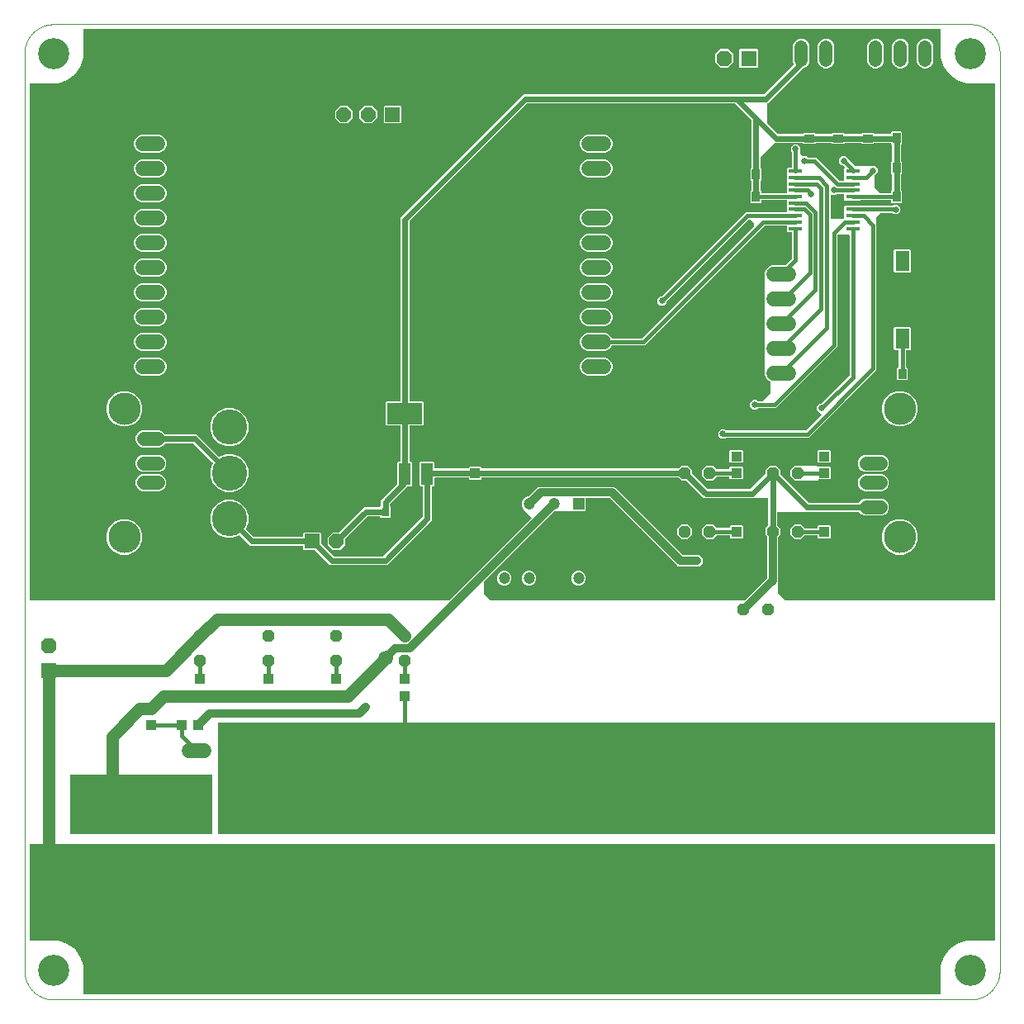
<source format=gtl>
G04 EAGLE Gerber RS-274X export*
G75*
%MOMM*%
%FSLAX34Y34*%
%LPD*%
%INTop Layer*%
%IPPOS*%
%AMOC8*
5,1,8,0,0,1.08239X$1,22.5*%
G01*
%ADD10C,0.000000*%
%ADD11C,3.200000*%
%ADD12C,1.425000*%
%ADD13C,3.316000*%
%ADD14C,3.600000*%
%ADD15R,1.500000X1.500000*%
%ADD16P,1.623585X8X202.500000*%
%ADD17P,1.319650X8X292.500000*%
%ADD18R,1.100000X1.000000*%
%ADD19R,5.100000X5.100000*%
%ADD20C,5.100000*%
%ADD21R,1.200000X1.200000*%
%ADD22C,1.200000*%
%ADD23R,1.575000X1.575000*%
%ADD24C,1.575000*%
%ADD25C,1.524000*%
%ADD26R,1.000000X1.100000*%
%ADD27R,1.600000X1.600000*%
%ADD28P,1.731824X8X292.500000*%
%ADD29P,1.319650X8X22.500000*%
%ADD30R,1.080000X1.050000*%
%ADD31R,1.400000X2.050000*%
%ADD32R,0.810000X1.040000*%
%ADD33R,1.219200X2.235200*%
%ADD34R,3.600000X2.200000*%
%ADD35R,0.750000X0.940000*%
%ADD36R,1.040000X0.810000*%
%ADD37C,1.530000*%
%ADD38C,1.371600*%
%ADD39P,1.623585X8X22.500000*%
%ADD40R,1.475000X0.450000*%
%ADD41P,1.731824X8X22.500000*%
%ADD42C,0.609600*%
%ADD43C,0.812800*%
%ADD44C,0.654800*%
%ADD45C,0.406400*%
%ADD46C,1.270000*%
%ADD47C,1.500000*%

G36*
X436233Y409637D02*
X436233Y409637D01*
X436307Y409650D01*
X436318Y409657D01*
X436327Y409659D01*
X436356Y409683D01*
X436427Y409731D01*
X520309Y493613D01*
X520336Y493656D01*
X520371Y493694D01*
X520381Y493729D01*
X520401Y493760D01*
X520406Y493811D01*
X520420Y493860D01*
X520414Y493896D01*
X520417Y493933D01*
X520399Y493980D01*
X520390Y494031D01*
X520367Y494066D01*
X520356Y494095D01*
X520333Y494115D01*
X520309Y494151D01*
X512018Y502442D01*
X512018Y502583D01*
X512001Y502657D01*
X511988Y502731D01*
X511981Y502742D01*
X511979Y502751D01*
X511955Y502780D01*
X511907Y502852D01*
X510921Y503838D01*
X509775Y506603D01*
X509775Y509597D01*
X510921Y512362D01*
X513038Y514479D01*
X515803Y515625D01*
X516764Y515625D01*
X516838Y515642D01*
X516912Y515655D01*
X516922Y515662D01*
X516932Y515664D01*
X516961Y515688D01*
X517032Y515736D01*
X526885Y525589D01*
X605030Y525589D01*
X674918Y455700D01*
X674983Y455660D01*
X675045Y455616D01*
X675057Y455614D01*
X675066Y455609D01*
X675103Y455605D01*
X675187Y455589D01*
X692315Y455589D01*
X695589Y452315D01*
X695589Y447685D01*
X692315Y444411D01*
X670400Y444411D01*
X600511Y514300D01*
X600447Y514340D01*
X600385Y514384D01*
X600373Y514386D01*
X600364Y514391D01*
X600327Y514395D01*
X600242Y514411D01*
X576005Y514411D01*
X575955Y514400D01*
X575904Y514398D01*
X575872Y514380D01*
X575836Y514372D01*
X575797Y514339D01*
X575752Y514315D01*
X575731Y514285D01*
X575703Y514262D01*
X575682Y514215D01*
X575652Y514173D01*
X575644Y514131D01*
X575632Y514103D01*
X575633Y514073D01*
X575625Y514031D01*
X575625Y501468D01*
X574732Y500575D01*
X561773Y500575D01*
X561699Y500558D01*
X561624Y500545D01*
X561614Y500538D01*
X561604Y500536D01*
X561583Y500518D01*
X543811Y500518D01*
X543770Y500548D01*
X543758Y500550D01*
X543749Y500555D01*
X543712Y500559D01*
X543627Y500575D01*
X543236Y500575D01*
X543162Y500558D01*
X543088Y500545D01*
X543078Y500538D01*
X543068Y500536D01*
X543039Y500512D01*
X542968Y500464D01*
X471491Y428987D01*
X471464Y428944D01*
X471429Y428906D01*
X471419Y428871D01*
X471409Y428858D01*
X471409Y428855D01*
X471399Y428840D01*
X471394Y428789D01*
X471380Y428740D01*
X471383Y428722D01*
X471382Y428716D01*
X471382Y416416D01*
X471399Y416342D01*
X471412Y416267D01*
X471419Y416257D01*
X471421Y416247D01*
X471445Y416218D01*
X471493Y416147D01*
X477909Y409731D01*
X477973Y409691D01*
X478035Y409647D01*
X478047Y409645D01*
X478056Y409640D01*
X478093Y409636D01*
X478178Y409620D01*
X738859Y409620D01*
X738933Y409637D01*
X739007Y409650D01*
X739018Y409657D01*
X739027Y409659D01*
X739056Y409683D01*
X739127Y409731D01*
X761600Y432204D01*
X761640Y432268D01*
X761684Y432330D01*
X761686Y432342D01*
X761691Y432351D01*
X761695Y432388D01*
X761711Y432472D01*
X761711Y474654D01*
X761699Y474706D01*
X761698Y474743D01*
X761688Y474760D01*
X761681Y474803D01*
X761674Y474813D01*
X761672Y474823D01*
X761648Y474851D01*
X761600Y474923D01*
X759679Y476843D01*
X759679Y483157D01*
X762616Y486093D01*
X762656Y486158D01*
X762700Y486220D01*
X762702Y486232D01*
X762707Y486240D01*
X762711Y486277D01*
X762727Y486362D01*
X762727Y513738D01*
X762716Y513788D01*
X762714Y513839D01*
X762696Y513871D01*
X762688Y513907D01*
X762655Y513946D01*
X762631Y513991D01*
X762601Y514012D01*
X762578Y514040D01*
X762531Y514061D01*
X762489Y514091D01*
X762447Y514099D01*
X762419Y514111D01*
X762389Y514110D01*
X762347Y514118D01*
X748043Y514118D01*
X747968Y514101D01*
X747894Y514088D01*
X747884Y514081D01*
X747874Y514079D01*
X747872Y514077D01*
X696756Y514077D01*
X693966Y516867D01*
X678565Y532268D01*
X678501Y532308D01*
X678439Y532352D01*
X678427Y532354D01*
X678418Y532359D01*
X678381Y532363D01*
X678296Y532379D01*
X674143Y532379D01*
X671207Y535316D01*
X671142Y535356D01*
X671080Y535400D01*
X671068Y535402D01*
X671060Y535407D01*
X671023Y535411D01*
X670938Y535427D01*
X468955Y535427D01*
X468905Y535416D01*
X468854Y535414D01*
X468822Y535396D01*
X468786Y535388D01*
X468747Y535355D01*
X468702Y535331D01*
X468681Y535301D01*
X468653Y535278D01*
X468632Y535231D01*
X468602Y535189D01*
X468594Y535147D01*
X468582Y535119D01*
X468583Y535089D01*
X468575Y535047D01*
X468575Y533718D01*
X467682Y532825D01*
X456418Y532825D01*
X455525Y533718D01*
X455525Y534897D01*
X455514Y534947D01*
X455512Y534998D01*
X455494Y535030D01*
X455486Y535066D01*
X455453Y535105D01*
X455429Y535150D01*
X455399Y535171D01*
X455376Y535199D01*
X455329Y535220D01*
X455287Y535250D01*
X455245Y535258D01*
X455217Y535270D01*
X455187Y535269D01*
X455145Y535277D01*
X421115Y535277D01*
X421065Y535266D01*
X421014Y535264D01*
X420982Y535246D01*
X420946Y535238D01*
X420907Y535205D01*
X420862Y535181D01*
X420841Y535151D01*
X420813Y535128D01*
X420792Y535081D01*
X420762Y535039D01*
X420754Y534997D01*
X420742Y534969D01*
X420743Y534939D01*
X420735Y534897D01*
X420735Y527204D01*
X419842Y526311D01*
X418067Y526311D01*
X418017Y526300D01*
X417966Y526298D01*
X417934Y526280D01*
X417898Y526272D01*
X417859Y526239D01*
X417814Y526215D01*
X417793Y526185D01*
X417765Y526162D01*
X417744Y526115D01*
X417714Y526073D01*
X417706Y526031D01*
X417694Y526003D01*
X417695Y525973D01*
X417687Y525931D01*
X417687Y491220D01*
X371894Y445427D01*
X313106Y445427D01*
X310316Y448217D01*
X297669Y460864D01*
X297605Y460904D01*
X297543Y460948D01*
X297531Y460950D01*
X297522Y460955D01*
X297485Y460959D01*
X297400Y460975D01*
X286868Y460975D01*
X285975Y461868D01*
X285975Y465047D01*
X285964Y465097D01*
X285962Y465148D01*
X285944Y465180D01*
X285936Y465216D01*
X285903Y465255D01*
X285879Y465300D01*
X285849Y465321D01*
X285826Y465349D01*
X285779Y465370D01*
X285737Y465400D01*
X285695Y465408D01*
X285667Y465420D01*
X285637Y465419D01*
X285595Y465427D01*
X231106Y465427D01*
X228316Y468217D01*
X220551Y475983D01*
X220497Y476016D01*
X220447Y476056D01*
X220424Y476061D01*
X220403Y476074D01*
X220340Y476080D01*
X220278Y476094D01*
X220252Y476089D01*
X220231Y476091D01*
X220196Y476077D01*
X220136Y476065D01*
X213884Y473475D01*
X206116Y473475D01*
X198940Y476448D01*
X193448Y481940D01*
X190475Y489116D01*
X190475Y496884D01*
X193448Y504060D01*
X198940Y509552D01*
X206116Y512525D01*
X213884Y512525D01*
X221060Y509552D01*
X226552Y504060D01*
X229525Y496884D01*
X229525Y489116D01*
X226935Y482864D01*
X226925Y482801D01*
X226907Y482740D01*
X226911Y482717D01*
X226907Y482693D01*
X226925Y482632D01*
X226936Y482570D01*
X226951Y482547D01*
X226957Y482527D01*
X226983Y482500D01*
X227017Y482449D01*
X234783Y474684D01*
X234847Y474644D01*
X234909Y474600D01*
X234921Y474598D01*
X234930Y474593D01*
X234967Y474589D01*
X235052Y474573D01*
X285595Y474573D01*
X285645Y474584D01*
X285696Y474586D01*
X285728Y474604D01*
X285764Y474612D01*
X285803Y474645D01*
X285848Y474669D01*
X285869Y474699D01*
X285897Y474722D01*
X285918Y474769D01*
X285948Y474811D01*
X285956Y474853D01*
X285968Y474881D01*
X285967Y474911D01*
X285975Y474953D01*
X285975Y478132D01*
X286868Y479025D01*
X303132Y479025D01*
X304025Y478132D01*
X304025Y467600D01*
X304042Y467526D01*
X304055Y467451D01*
X304062Y467441D01*
X304064Y467431D01*
X304088Y467402D01*
X304136Y467331D01*
X316783Y454684D01*
X316847Y454644D01*
X316909Y454600D01*
X316921Y454598D01*
X316930Y454593D01*
X316967Y454589D01*
X317052Y454573D01*
X367948Y454573D01*
X368022Y454590D01*
X368097Y454603D01*
X368107Y454610D01*
X368117Y454612D01*
X368146Y454636D01*
X368217Y454684D01*
X408430Y494897D01*
X408457Y494940D01*
X408463Y494945D01*
X408471Y494963D01*
X408514Y495023D01*
X408516Y495035D01*
X408521Y495044D01*
X408525Y495081D01*
X408525Y495084D01*
X408534Y495104D01*
X408533Y495125D01*
X408541Y495166D01*
X408541Y525931D01*
X408530Y525981D01*
X408528Y526032D01*
X408510Y526064D01*
X408502Y526100D01*
X408469Y526139D01*
X408445Y526184D01*
X408415Y526205D01*
X408392Y526233D01*
X408345Y526254D01*
X408303Y526284D01*
X408261Y526292D01*
X408233Y526304D01*
X408203Y526303D01*
X408161Y526311D01*
X406386Y526311D01*
X405493Y527204D01*
X405493Y550820D01*
X406386Y551713D01*
X419842Y551713D01*
X420735Y550820D01*
X420735Y544803D01*
X420746Y544753D01*
X420748Y544702D01*
X420766Y544670D01*
X420774Y544634D01*
X420807Y544595D01*
X420831Y544550D01*
X420861Y544529D01*
X420884Y544501D01*
X420931Y544480D01*
X420973Y544450D01*
X421015Y544442D01*
X421043Y544430D01*
X421073Y544431D01*
X421115Y544423D01*
X455145Y544423D01*
X455195Y544434D01*
X455246Y544436D01*
X455278Y544454D01*
X455314Y544462D01*
X455353Y544495D01*
X455398Y544519D01*
X455419Y544549D01*
X455447Y544572D01*
X455468Y544619D01*
X455498Y544661D01*
X455506Y544703D01*
X455518Y544731D01*
X455517Y544761D01*
X455525Y544803D01*
X455525Y545982D01*
X456418Y546875D01*
X467682Y546875D01*
X468575Y545982D01*
X468575Y544953D01*
X468586Y544903D01*
X468588Y544852D01*
X468606Y544820D01*
X468614Y544784D01*
X468647Y544745D01*
X468671Y544700D01*
X468701Y544679D01*
X468724Y544651D01*
X468771Y544630D01*
X468813Y544600D01*
X468855Y544592D01*
X468883Y544580D01*
X468913Y544581D01*
X468955Y544573D01*
X670938Y544573D01*
X671012Y544590D01*
X671087Y544603D01*
X671097Y544610D01*
X671107Y544612D01*
X671135Y544636D01*
X671207Y544684D01*
X674143Y547621D01*
X680457Y547621D01*
X684921Y543157D01*
X684921Y539004D01*
X684938Y538929D01*
X684951Y538855D01*
X684958Y538845D01*
X684960Y538835D01*
X684984Y538806D01*
X685032Y538735D01*
X700433Y523334D01*
X700497Y523294D01*
X700559Y523250D01*
X700571Y523248D01*
X700580Y523243D01*
X700617Y523239D01*
X700702Y523223D01*
X743898Y523223D01*
X743972Y523240D01*
X744047Y523253D01*
X744057Y523260D01*
X744067Y523262D01*
X744096Y523286D01*
X744167Y523334D01*
X759568Y538735D01*
X759608Y538799D01*
X759652Y538861D01*
X759654Y538873D01*
X759659Y538882D01*
X759663Y538919D01*
X759679Y539004D01*
X759679Y543157D01*
X764143Y547621D01*
X770457Y547621D01*
X774921Y543157D01*
X774921Y539004D01*
X774938Y538929D01*
X774951Y538855D01*
X774958Y538845D01*
X774960Y538835D01*
X774984Y538806D01*
X775032Y538735D01*
X804183Y509584D01*
X804247Y509544D01*
X804309Y509500D01*
X804321Y509498D01*
X804330Y509493D01*
X804367Y509489D01*
X804452Y509473D01*
X855511Y509473D01*
X855573Y509487D01*
X855636Y509494D01*
X855656Y509507D01*
X855680Y509512D01*
X855729Y509553D01*
X855783Y509587D01*
X855797Y509609D01*
X855814Y509622D01*
X855829Y509657D01*
X855862Y509707D01*
X855942Y509900D01*
X858375Y512333D01*
X861554Y513650D01*
X879246Y513650D01*
X882425Y512333D01*
X884858Y509900D01*
X886175Y506721D01*
X886175Y503279D01*
X884858Y500100D01*
X882425Y497667D01*
X879246Y496350D01*
X861554Y496350D01*
X858375Y497667D01*
X855934Y500109D01*
X855908Y500144D01*
X855878Y500200D01*
X855858Y500214D01*
X855844Y500233D01*
X855788Y500263D01*
X855736Y500300D01*
X855710Y500305D01*
X855691Y500315D01*
X855654Y500316D01*
X855594Y500327D01*
X801125Y500327D01*
X801086Y500318D01*
X772253Y500318D01*
X772203Y500307D01*
X772152Y500305D01*
X772120Y500287D01*
X772084Y500279D01*
X772045Y500246D01*
X772000Y500222D01*
X771979Y500192D01*
X771951Y500169D01*
X771930Y500122D01*
X771900Y500080D01*
X771892Y500038D01*
X771880Y500010D01*
X771881Y499980D01*
X771873Y499938D01*
X771873Y486362D01*
X771890Y486288D01*
X771903Y486213D01*
X771910Y486203D01*
X771912Y486193D01*
X771936Y486165D01*
X771984Y486093D01*
X774921Y483157D01*
X774921Y476843D01*
X773000Y474923D01*
X772972Y474877D01*
X772967Y474873D01*
X772960Y474858D01*
X772916Y474796D01*
X772914Y474784D01*
X772909Y474776D01*
X772905Y474739D01*
X772904Y474734D01*
X772896Y474715D01*
X772897Y474694D01*
X772889Y474654D01*
X772889Y427685D01*
X772793Y427589D01*
X772753Y427525D01*
X772709Y427463D01*
X772707Y427451D01*
X772702Y427442D01*
X772698Y427405D01*
X772682Y427321D01*
X772682Y416816D01*
X772695Y416760D01*
X772695Y416744D01*
X772700Y416735D01*
X772712Y416667D01*
X772719Y416657D01*
X772721Y416647D01*
X772745Y416618D01*
X772793Y416547D01*
X779609Y409731D01*
X779673Y409691D01*
X779735Y409647D01*
X779747Y409645D01*
X779756Y409640D01*
X779793Y409636D01*
X779878Y409620D01*
X994539Y409620D01*
X994589Y409631D01*
X994640Y409633D01*
X994672Y409651D01*
X994708Y409659D01*
X994747Y409692D01*
X994792Y409716D01*
X994813Y409746D01*
X994841Y409769D01*
X994862Y409816D01*
X994892Y409858D01*
X994900Y409900D01*
X994912Y409928D01*
X994911Y409958D01*
X994919Y410000D01*
X994919Y939238D01*
X994908Y939288D01*
X994906Y939339D01*
X994888Y939371D01*
X994880Y939407D01*
X994847Y939446D01*
X994823Y939491D01*
X994793Y939512D01*
X994770Y939540D01*
X994723Y939561D01*
X994681Y939591D01*
X994639Y939599D01*
X994611Y939611D01*
X994581Y939610D01*
X994539Y939618D01*
X965188Y939618D01*
X956035Y942592D01*
X948249Y948249D01*
X942592Y956035D01*
X939618Y965188D01*
X939618Y994539D01*
X939607Y994589D01*
X939605Y994640D01*
X939587Y994672D01*
X939579Y994708D01*
X939546Y994747D01*
X939522Y994792D01*
X939492Y994813D01*
X939469Y994841D01*
X939422Y994862D01*
X939380Y994892D01*
X939338Y994900D01*
X939310Y994912D01*
X939280Y994911D01*
X939238Y994919D01*
X60762Y994919D01*
X60712Y994908D01*
X60661Y994906D01*
X60629Y994888D01*
X60593Y994880D01*
X60554Y994847D01*
X60509Y994823D01*
X60488Y994793D01*
X60460Y994770D01*
X60439Y994723D01*
X60409Y994681D01*
X60401Y994639D01*
X60389Y994611D01*
X60390Y994581D01*
X60382Y994539D01*
X60382Y965188D01*
X57408Y956035D01*
X51751Y948249D01*
X43965Y942592D01*
X34812Y939618D01*
X5461Y939618D01*
X5411Y939607D01*
X5360Y939605D01*
X5328Y939587D01*
X5292Y939579D01*
X5253Y939546D01*
X5208Y939522D01*
X5187Y939492D01*
X5159Y939469D01*
X5138Y939422D01*
X5108Y939380D01*
X5100Y939338D01*
X5088Y939310D01*
X5089Y939280D01*
X5081Y939238D01*
X5081Y410000D01*
X5092Y409950D01*
X5094Y409899D01*
X5112Y409867D01*
X5120Y409831D01*
X5153Y409792D01*
X5177Y409747D01*
X5207Y409726D01*
X5230Y409698D01*
X5277Y409677D01*
X5319Y409647D01*
X5361Y409639D01*
X5389Y409627D01*
X5419Y409628D01*
X5461Y409620D01*
X436159Y409620D01*
X436233Y409637D01*
G37*
G36*
X939288Y5092D02*
X939288Y5092D01*
X939339Y5094D01*
X939371Y5112D01*
X939407Y5120D01*
X939446Y5153D01*
X939491Y5177D01*
X939512Y5207D01*
X939540Y5230D01*
X939561Y5277D01*
X939591Y5319D01*
X939599Y5361D01*
X939611Y5389D01*
X939610Y5419D01*
X939618Y5461D01*
X939618Y34812D01*
X942592Y43965D01*
X948249Y51751D01*
X956035Y57408D01*
X965188Y60382D01*
X994539Y60382D01*
X994589Y60393D01*
X994640Y60395D01*
X994672Y60413D01*
X994708Y60421D01*
X994747Y60454D01*
X994792Y60478D01*
X994813Y60508D01*
X994841Y60531D01*
X994862Y60578D01*
X994892Y60620D01*
X994900Y60662D01*
X994912Y60690D01*
X994911Y60720D01*
X994919Y60762D01*
X994919Y159000D01*
X994908Y159050D01*
X994906Y159101D01*
X994888Y159133D01*
X994880Y159169D01*
X994847Y159208D01*
X994823Y159253D01*
X994793Y159274D01*
X994770Y159302D01*
X994723Y159323D01*
X994681Y159353D01*
X994639Y159361D01*
X994611Y159373D01*
X994581Y159372D01*
X994539Y159380D01*
X5461Y159380D01*
X5411Y159369D01*
X5360Y159367D01*
X5328Y159349D01*
X5292Y159341D01*
X5253Y159308D01*
X5208Y159284D01*
X5187Y159254D01*
X5159Y159231D01*
X5138Y159184D01*
X5108Y159142D01*
X5100Y159100D01*
X5088Y159072D01*
X5089Y159042D01*
X5081Y159000D01*
X5081Y60762D01*
X5092Y60712D01*
X5094Y60661D01*
X5112Y60629D01*
X5120Y60593D01*
X5153Y60554D01*
X5177Y60509D01*
X5207Y60488D01*
X5230Y60460D01*
X5277Y60439D01*
X5319Y60409D01*
X5361Y60401D01*
X5389Y60389D01*
X5419Y60390D01*
X5461Y60382D01*
X34812Y60382D01*
X43965Y57408D01*
X51751Y51751D01*
X57408Y43965D01*
X60382Y34812D01*
X60382Y5461D01*
X60393Y5411D01*
X60395Y5360D01*
X60413Y5328D01*
X60421Y5292D01*
X60454Y5253D01*
X60478Y5208D01*
X60508Y5187D01*
X60531Y5159D01*
X60578Y5138D01*
X60620Y5108D01*
X60662Y5100D01*
X60690Y5088D01*
X60720Y5089D01*
X60762Y5081D01*
X939238Y5081D01*
X939288Y5092D01*
G37*
G36*
X994589Y169631D02*
X994589Y169631D01*
X994640Y169633D01*
X994672Y169651D01*
X994708Y169659D01*
X994747Y169692D01*
X994792Y169716D01*
X994813Y169746D01*
X994841Y169769D01*
X994862Y169816D01*
X994892Y169858D01*
X994900Y169900D01*
X994912Y169928D01*
X994911Y169958D01*
X994919Y170000D01*
X994919Y284000D01*
X994908Y284050D01*
X994906Y284101D01*
X994888Y284133D01*
X994880Y284169D01*
X994847Y284208D01*
X994823Y284253D01*
X994793Y284274D01*
X994770Y284302D01*
X994723Y284323D01*
X994681Y284353D01*
X994639Y284361D01*
X994611Y284373D01*
X994581Y284372D01*
X994539Y284380D01*
X199000Y284380D01*
X198950Y284369D01*
X198899Y284367D01*
X198867Y284349D01*
X198831Y284341D01*
X198792Y284308D01*
X198747Y284284D01*
X198726Y284254D01*
X198698Y284231D01*
X198677Y284184D01*
X198647Y284142D01*
X198639Y284100D01*
X198627Y284072D01*
X198628Y284042D01*
X198620Y284000D01*
X198620Y170000D01*
X198631Y169950D01*
X198633Y169899D01*
X198651Y169867D01*
X198659Y169831D01*
X198692Y169792D01*
X198716Y169747D01*
X198746Y169726D01*
X198769Y169698D01*
X198816Y169677D01*
X198858Y169647D01*
X198900Y169639D01*
X198928Y169627D01*
X198958Y169628D01*
X199000Y169620D01*
X994539Y169620D01*
X994589Y169631D01*
G37*
%LPC*%
G36*
X316262Y460975D02*
X316262Y460975D01*
X310975Y466262D01*
X310975Y473738D01*
X316262Y479025D01*
X322250Y479025D01*
X322324Y479042D01*
X322399Y479055D01*
X322409Y479062D01*
X322419Y479064D01*
X322448Y479088D01*
X322519Y479136D01*
X348106Y504723D01*
X364345Y504723D01*
X364395Y504734D01*
X364446Y504736D01*
X364478Y504754D01*
X364514Y504762D01*
X364553Y504795D01*
X364598Y504819D01*
X364619Y504849D01*
X364647Y504872D01*
X364668Y504919D01*
X364698Y504961D01*
X364706Y505003D01*
X364718Y505031D01*
X364717Y505061D01*
X364725Y505103D01*
X364725Y505482D01*
X365316Y506072D01*
X365356Y506137D01*
X365400Y506199D01*
X365402Y506211D01*
X365407Y506219D01*
X365411Y506256D01*
X365427Y506341D01*
X365427Y512044D01*
X382268Y528885D01*
X382308Y528949D01*
X382352Y529011D01*
X382354Y529023D01*
X382359Y529032D01*
X382363Y529069D01*
X382379Y529154D01*
X382379Y550820D01*
X383272Y551713D01*
X385047Y551713D01*
X385097Y551724D01*
X385148Y551726D01*
X385180Y551744D01*
X385216Y551752D01*
X385255Y551785D01*
X385300Y551809D01*
X385321Y551839D01*
X385349Y551862D01*
X385370Y551909D01*
X385400Y551951D01*
X385408Y551993D01*
X385420Y552021D01*
X385419Y552051D01*
X385427Y552093D01*
X385427Y588085D01*
X385416Y588135D01*
X385414Y588186D01*
X385396Y588218D01*
X385388Y588254D01*
X385355Y588293D01*
X385331Y588338D01*
X385301Y588359D01*
X385278Y588387D01*
X385231Y588408D01*
X385189Y588438D01*
X385147Y588446D01*
X385119Y588458D01*
X385089Y588457D01*
X385047Y588465D01*
X371368Y588465D01*
X370475Y589358D01*
X370475Y612622D01*
X371368Y613515D01*
X385047Y613515D01*
X385097Y613526D01*
X385148Y613528D01*
X385180Y613546D01*
X385216Y613554D01*
X385255Y613587D01*
X385300Y613611D01*
X385321Y613641D01*
X385349Y613664D01*
X385370Y613711D01*
X385400Y613753D01*
X385408Y613795D01*
X385420Y613823D01*
X385419Y613853D01*
X385427Y613895D01*
X385427Y801894D01*
X511606Y928073D01*
X757948Y928073D01*
X758022Y928090D01*
X758097Y928103D01*
X758107Y928110D01*
X758117Y928112D01*
X758146Y928136D01*
X758217Y928184D01*
X788931Y958897D01*
X788964Y958951D01*
X789004Y959001D01*
X789009Y959024D01*
X789022Y959045D01*
X789028Y959108D01*
X789042Y959170D01*
X789037Y959196D01*
X789039Y959217D01*
X789025Y959252D01*
X789013Y959312D01*
X788117Y961475D01*
X788117Y978525D01*
X789393Y981606D01*
X791752Y983965D01*
X794833Y985241D01*
X798167Y985241D01*
X801248Y983965D01*
X803607Y981606D01*
X804883Y978525D01*
X804883Y961475D01*
X803607Y958394D01*
X801248Y956035D01*
X798167Y954759D01*
X797884Y954759D01*
X797810Y954742D01*
X797735Y954729D01*
X797725Y954722D01*
X797715Y954720D01*
X797686Y954696D01*
X797615Y954648D01*
X761993Y919026D01*
X761983Y919011D01*
X761977Y919005D01*
X761968Y918986D01*
X761953Y918962D01*
X761909Y918900D01*
X761907Y918888D01*
X761902Y918879D01*
X761898Y918842D01*
X761882Y918757D01*
X761882Y898243D01*
X761895Y898185D01*
X761897Y898140D01*
X761907Y898121D01*
X761912Y898094D01*
X761919Y898084D01*
X761921Y898074D01*
X761945Y898045D01*
X761964Y898017D01*
X761980Y897988D01*
X761987Y897983D01*
X761993Y897974D01*
X772283Y887684D01*
X772347Y887644D01*
X772409Y887600D01*
X772421Y887598D01*
X772430Y887593D01*
X772467Y887589D01*
X772552Y887573D01*
X798209Y887573D01*
X798283Y887590D01*
X798358Y887603D01*
X798368Y887610D01*
X798378Y887612D01*
X798406Y887636D01*
X798478Y887684D01*
X799168Y888375D01*
X810832Y888375D01*
X811522Y887684D01*
X811587Y887644D01*
X811649Y887600D01*
X811661Y887598D01*
X811669Y887593D01*
X811706Y887589D01*
X811791Y887573D01*
X827509Y887573D01*
X827583Y887590D01*
X827658Y887603D01*
X827668Y887610D01*
X827678Y887612D01*
X827706Y887636D01*
X827778Y887684D01*
X828668Y888575D01*
X840332Y888575D01*
X841222Y887684D01*
X841287Y887644D01*
X841349Y887600D01*
X841361Y887598D01*
X841369Y887593D01*
X841406Y887589D01*
X841491Y887573D01*
X857509Y887573D01*
X857583Y887590D01*
X857658Y887603D01*
X857668Y887610D01*
X857678Y887612D01*
X857706Y887636D01*
X857778Y887684D01*
X858668Y888575D01*
X870332Y888575D01*
X871222Y887684D01*
X871287Y887644D01*
X871349Y887600D01*
X871361Y887598D01*
X871369Y887593D01*
X871406Y887589D01*
X871491Y887573D01*
X888145Y887573D01*
X888195Y887584D01*
X888246Y887586D01*
X888278Y887604D01*
X888314Y887612D01*
X888353Y887645D01*
X888398Y887669D01*
X888419Y887699D01*
X888447Y887722D01*
X888468Y887769D01*
X888498Y887811D01*
X888506Y887853D01*
X888518Y887881D01*
X888518Y887900D01*
X888518Y887902D01*
X888518Y887915D01*
X888525Y887953D01*
X888525Y888932D01*
X889418Y889825D01*
X898782Y889825D01*
X899675Y888932D01*
X899675Y877268D01*
X898784Y876378D01*
X898744Y876313D01*
X898700Y876251D01*
X898698Y876239D01*
X898693Y876231D01*
X898689Y876194D01*
X898673Y876109D01*
X898673Y860091D01*
X898690Y860017D01*
X898703Y859942D01*
X898710Y859932D01*
X898712Y859922D01*
X898736Y859894D01*
X898784Y859822D01*
X899675Y858932D01*
X899675Y847268D01*
X898884Y846478D01*
X898844Y846413D01*
X898800Y846351D01*
X898798Y846339D01*
X898793Y846331D01*
X898789Y846294D01*
X898773Y846209D01*
X898773Y830291D01*
X898790Y830217D01*
X898803Y830142D01*
X898810Y830132D01*
X898812Y830122D01*
X898836Y830094D01*
X898884Y830022D01*
X899775Y829132D01*
X899775Y817468D01*
X898882Y816575D01*
X889518Y816575D01*
X888625Y817468D01*
X888625Y819313D01*
X888614Y819363D01*
X888612Y819414D01*
X888594Y819446D01*
X888586Y819482D01*
X888553Y819521D01*
X888529Y819566D01*
X888499Y819587D01*
X888476Y819615D01*
X888429Y819636D01*
X888387Y819666D01*
X888345Y819674D01*
X888317Y819686D01*
X888287Y819685D01*
X888245Y819693D01*
X857762Y819693D01*
X857688Y819676D01*
X857613Y819663D01*
X857603Y819656D01*
X857593Y819654D01*
X857565Y819630D01*
X857493Y819582D01*
X857387Y819475D01*
X841373Y819475D01*
X840480Y820368D01*
X840480Y825813D01*
X840469Y825863D01*
X840467Y825914D01*
X840449Y825946D01*
X840441Y825982D01*
X840408Y826021D01*
X840384Y826066D01*
X840354Y826087D01*
X840331Y826115D01*
X840284Y826136D01*
X840242Y826166D01*
X840200Y826174D01*
X840172Y826186D01*
X840142Y826185D01*
X840100Y826193D01*
X833137Y826193D01*
X833063Y826176D01*
X832988Y826163D01*
X832978Y826156D01*
X832968Y826154D01*
X832940Y826130D01*
X832868Y826082D01*
X831988Y825201D01*
X828012Y825201D01*
X826970Y826244D01*
X826948Y826257D01*
X826932Y826277D01*
X826875Y826303D01*
X826823Y826335D01*
X826797Y826338D01*
X826773Y826348D01*
X826712Y826346D01*
X826650Y826352D01*
X826626Y826343D01*
X826600Y826342D01*
X826546Y826312D01*
X826488Y826290D01*
X826471Y826271D01*
X826448Y826259D01*
X826413Y826208D01*
X826371Y826163D01*
X826363Y826138D01*
X826348Y826117D01*
X826332Y826033D01*
X826321Y825997D01*
X826323Y825987D01*
X826321Y825975D01*
X826321Y800462D01*
X826332Y800412D01*
X826334Y800361D01*
X826352Y800329D01*
X826360Y800293D01*
X826393Y800254D01*
X826417Y800209D01*
X826447Y800188D01*
X826470Y800160D01*
X826517Y800139D01*
X826559Y800109D01*
X826601Y800101D01*
X826629Y800089D01*
X826659Y800090D01*
X826701Y800082D01*
X838870Y800082D01*
X838944Y800099D01*
X839019Y800112D01*
X839029Y800119D01*
X839039Y800121D01*
X839068Y800145D01*
X839139Y800193D01*
X839753Y800807D01*
X840100Y800807D01*
X840150Y800818D01*
X840201Y800820D01*
X840233Y800838D01*
X840269Y800846D01*
X840308Y800879D01*
X840353Y800903D01*
X840374Y800933D01*
X840402Y800956D01*
X840423Y801003D01*
X840453Y801045D01*
X840461Y801087D01*
X840473Y801115D01*
X840472Y801145D01*
X840480Y801187D01*
X840480Y806632D01*
X840580Y806731D01*
X840589Y806746D01*
X840594Y806750D01*
X840601Y806765D01*
X840607Y806774D01*
X840641Y806812D01*
X840652Y806847D01*
X840671Y806878D01*
X840676Y806929D01*
X840691Y806978D01*
X840684Y807014D01*
X840688Y807051D01*
X840670Y807098D01*
X840661Y807149D01*
X840637Y807184D01*
X840626Y807213D01*
X840604Y807233D01*
X840580Y807269D01*
X840480Y807368D01*
X840480Y813132D01*
X841373Y814025D01*
X857387Y814025D01*
X857493Y813918D01*
X857558Y813878D01*
X857620Y813834D01*
X857632Y813832D01*
X857640Y813827D01*
X857677Y813823D01*
X857762Y813807D01*
X889963Y813807D01*
X890037Y813824D01*
X890112Y813837D01*
X890122Y813844D01*
X890132Y813846D01*
X890160Y813870D01*
X890232Y813918D01*
X891312Y814999D01*
X895288Y814999D01*
X898099Y812188D01*
X898099Y808212D01*
X895288Y805401D01*
X891312Y805401D01*
X890132Y806582D01*
X890067Y806622D01*
X890005Y806666D01*
X889993Y806668D01*
X889984Y806673D01*
X889947Y806677D01*
X889863Y806693D01*
X878291Y806693D01*
X878217Y806676D01*
X878142Y806663D01*
X878132Y806656D01*
X878122Y806654D01*
X878093Y806630D01*
X878022Y806582D01*
X873693Y802253D01*
X873653Y802189D01*
X873609Y802127D01*
X873607Y802115D01*
X873602Y802106D01*
X873598Y802069D01*
X873582Y801984D01*
X873582Y795189D01*
X873577Y795181D01*
X873573Y795144D01*
X873557Y795059D01*
X873557Y645727D01*
X804173Y576343D01*
X719487Y576343D01*
X719413Y576326D01*
X719338Y576313D01*
X719328Y576306D01*
X719318Y576304D01*
X719290Y576280D01*
X719218Y576232D01*
X718188Y575201D01*
X714212Y575201D01*
X711401Y578012D01*
X711401Y581988D01*
X714212Y584799D01*
X718188Y584799D01*
X719418Y583568D01*
X719483Y583528D01*
X719545Y583484D01*
X719557Y583482D01*
X719566Y583477D01*
X719603Y583473D01*
X719687Y583457D01*
X801069Y583457D01*
X801143Y583474D01*
X801218Y583487D01*
X801228Y583494D01*
X801238Y583496D01*
X801267Y583520D01*
X801338Y583568D01*
X817146Y599376D01*
X817173Y599420D01*
X817208Y599457D01*
X817218Y599492D01*
X817238Y599523D01*
X817242Y599574D01*
X817257Y599623D01*
X817251Y599659D01*
X817254Y599696D01*
X817236Y599744D01*
X817227Y599794D01*
X817203Y599829D01*
X817193Y599858D01*
X817170Y599879D01*
X817146Y599914D01*
X815770Y601290D01*
X815706Y601330D01*
X815644Y601374D01*
X815632Y601376D01*
X815623Y601381D01*
X815586Y601385D01*
X815501Y601401D01*
X815462Y601401D01*
X812651Y604212D01*
X812651Y608188D01*
X815462Y610999D01*
X817061Y610999D01*
X817135Y611016D01*
X817210Y611029D01*
X817220Y611036D01*
X817230Y611038D01*
X817259Y611062D01*
X817330Y611110D01*
X845712Y639492D01*
X845752Y639556D01*
X845796Y639619D01*
X845798Y639631D01*
X845803Y639639D01*
X845807Y639676D01*
X845823Y639761D01*
X845823Y783738D01*
X845812Y783788D01*
X845810Y783839D01*
X845792Y783871D01*
X845784Y783907D01*
X845751Y783946D01*
X845727Y783991D01*
X845697Y784012D01*
X845674Y784040D01*
X845627Y784061D01*
X845585Y784091D01*
X845543Y784099D01*
X845515Y784111D01*
X845485Y784110D01*
X845443Y784118D01*
X833937Y784118D01*
X833887Y784107D01*
X833836Y784105D01*
X833804Y784087D01*
X833768Y784079D01*
X833729Y784046D01*
X833684Y784022D01*
X833663Y783992D01*
X833635Y783969D01*
X833614Y783922D01*
X833584Y783880D01*
X833576Y783838D01*
X833564Y783810D01*
X833565Y783780D01*
X833557Y783738D01*
X833557Y669777D01*
X770223Y606443D01*
X752137Y606443D01*
X752063Y606426D01*
X751988Y606413D01*
X751978Y606406D01*
X751968Y606404D01*
X751940Y606380D01*
X751868Y606332D01*
X750738Y605201D01*
X746762Y605201D01*
X743951Y608012D01*
X743951Y611988D01*
X746762Y614799D01*
X750738Y614799D01*
X751868Y613668D01*
X751933Y613628D01*
X751995Y613584D01*
X752007Y613582D01*
X752016Y613577D01*
X752053Y613573D01*
X752137Y613557D01*
X756359Y613557D01*
X756433Y613574D01*
X756508Y613587D01*
X756518Y613594D01*
X756528Y613596D01*
X756557Y613620D01*
X756628Y613668D01*
X765107Y622147D01*
X765147Y622211D01*
X765191Y622273D01*
X765193Y622285D01*
X765198Y622294D01*
X765202Y622331D01*
X765218Y622416D01*
X765218Y633357D01*
X765204Y633419D01*
X765197Y633482D01*
X765184Y633503D01*
X765179Y633526D01*
X765138Y633575D01*
X765104Y633629D01*
X765082Y633644D01*
X765069Y633660D01*
X765034Y633675D01*
X764984Y633709D01*
X763200Y634447D01*
X760627Y637020D01*
X759235Y640381D01*
X759235Y643367D01*
X759218Y643441D01*
X759205Y643516D01*
X759198Y643526D01*
X759196Y643536D01*
X759172Y643565D01*
X759124Y643636D01*
X759018Y643742D01*
X759018Y743158D01*
X759124Y743264D01*
X759164Y743328D01*
X759208Y743390D01*
X759210Y743402D01*
X759215Y743411D01*
X759219Y743448D01*
X759235Y743533D01*
X759235Y745619D01*
X760627Y748980D01*
X763200Y751553D01*
X766561Y752945D01*
X779957Y752945D01*
X780031Y752962D01*
X780106Y752975D01*
X780116Y752982D01*
X780126Y752984D01*
X780155Y753008D01*
X780226Y753056D01*
X786952Y759782D01*
X786992Y759846D01*
X787036Y759909D01*
X787038Y759921D01*
X787043Y759929D01*
X787047Y759966D01*
X787063Y760051D01*
X787063Y786595D01*
X787052Y786645D01*
X787050Y786696D01*
X787032Y786728D01*
X787024Y786764D01*
X786991Y786803D01*
X786967Y786848D01*
X786937Y786869D01*
X786914Y786897D01*
X786867Y786918D01*
X786825Y786948D01*
X786783Y786956D01*
X786755Y786968D01*
X786725Y786967D01*
X786683Y786975D01*
X782613Y786975D01*
X781720Y787868D01*
X781720Y793313D01*
X781709Y793363D01*
X781707Y793414D01*
X781689Y793446D01*
X781681Y793482D01*
X781648Y793521D01*
X781624Y793566D01*
X781594Y793587D01*
X781571Y793615D01*
X781524Y793636D01*
X781482Y793666D01*
X781440Y793674D01*
X781412Y793686D01*
X781382Y793685D01*
X781340Y793693D01*
X758881Y793693D01*
X758807Y793676D01*
X758732Y793663D01*
X758722Y793656D01*
X758712Y793654D01*
X758683Y793630D01*
X758612Y793582D01*
X635923Y670893D01*
X602461Y670893D01*
X602400Y670879D01*
X602336Y670872D01*
X602316Y670859D01*
X602293Y670854D01*
X602244Y670813D01*
X602190Y670779D01*
X602175Y670757D01*
X602159Y670744D01*
X602144Y670709D01*
X602110Y670659D01*
X601528Y669253D01*
X598947Y666672D01*
X595575Y665275D01*
X576625Y665275D01*
X573253Y666672D01*
X570672Y669253D01*
X569275Y672625D01*
X569275Y676275D01*
X570672Y679647D01*
X573253Y682228D01*
X576625Y683625D01*
X595575Y683625D01*
X598947Y682228D01*
X601528Y679647D01*
X602110Y678241D01*
X602147Y678190D01*
X602178Y678134D01*
X602197Y678120D01*
X602211Y678101D01*
X602267Y678071D01*
X602319Y678034D01*
X602346Y678029D01*
X602364Y678019D01*
X602402Y678018D01*
X602461Y678007D01*
X632819Y678007D01*
X632893Y678024D01*
X632968Y678037D01*
X632978Y678044D01*
X632988Y678046D01*
X633017Y678070D01*
X633088Y678118D01*
X747607Y792637D01*
X747628Y792671D01*
X747640Y792681D01*
X747654Y792711D01*
X747691Y792763D01*
X747693Y792776D01*
X747698Y792784D01*
X747701Y792817D01*
X747711Y792839D01*
X747710Y792865D01*
X747718Y792906D01*
X747718Y796184D01*
X747701Y796258D01*
X747688Y796333D01*
X747681Y796343D01*
X747679Y796353D01*
X747655Y796382D01*
X747607Y796453D01*
X744853Y799207D01*
X744789Y799247D01*
X744727Y799291D01*
X744715Y799293D01*
X744706Y799298D01*
X744669Y799302D01*
X744584Y799318D01*
X741906Y799318D01*
X741832Y799301D01*
X741757Y799288D01*
X741747Y799281D01*
X741737Y799279D01*
X741708Y799255D01*
X741637Y799207D01*
X658760Y716330D01*
X658720Y716266D01*
X658676Y716203D01*
X658674Y716191D01*
X658669Y716183D01*
X658665Y716146D01*
X658649Y716061D01*
X658649Y714462D01*
X655838Y711651D01*
X651862Y711651D01*
X649051Y714462D01*
X649051Y718438D01*
X651862Y721249D01*
X653461Y721249D01*
X653535Y721266D01*
X653610Y721279D01*
X653620Y721286D01*
X653630Y721288D01*
X653659Y721312D01*
X653730Y721360D01*
X739677Y807307D01*
X781340Y807307D01*
X781390Y807318D01*
X781441Y807320D01*
X781473Y807338D01*
X781509Y807346D01*
X781548Y807379D01*
X781593Y807403D01*
X781614Y807433D01*
X781642Y807456D01*
X781663Y807503D01*
X781693Y807545D01*
X781701Y807587D01*
X781713Y807615D01*
X781712Y807645D01*
X781720Y807687D01*
X781720Y813132D01*
X781820Y813231D01*
X781847Y813274D01*
X781881Y813312D01*
X781892Y813347D01*
X781911Y813378D01*
X781916Y813429D01*
X781931Y813478D01*
X781924Y813514D01*
X781928Y813551D01*
X781910Y813598D01*
X781901Y813649D01*
X781877Y813684D01*
X781866Y813713D01*
X781844Y813734D01*
X781820Y813769D01*
X781720Y813868D01*
X781720Y819313D01*
X781709Y819363D01*
X781707Y819414D01*
X781689Y819446D01*
X781681Y819482D01*
X781648Y819521D01*
X781624Y819566D01*
X781594Y819587D01*
X781571Y819615D01*
X781524Y819636D01*
X781482Y819666D01*
X781440Y819674D01*
X781412Y819686D01*
X781382Y819685D01*
X781340Y819693D01*
X755955Y819693D01*
X755905Y819682D01*
X755854Y819680D01*
X755822Y819662D01*
X755786Y819654D01*
X755747Y819621D01*
X755702Y819597D01*
X755681Y819567D01*
X755653Y819544D01*
X755632Y819497D01*
X755602Y819455D01*
X755594Y819413D01*
X755582Y819385D01*
X755583Y819355D01*
X755575Y819313D01*
X755575Y817468D01*
X754682Y816575D01*
X745318Y816575D01*
X744425Y817468D01*
X744425Y829132D01*
X745316Y830022D01*
X745356Y830087D01*
X745400Y830149D01*
X745402Y830161D01*
X745407Y830169D01*
X745411Y830206D01*
X745427Y830291D01*
X745427Y839409D01*
X745410Y839483D01*
X745397Y839558D01*
X745390Y839568D01*
X745388Y839578D01*
X745364Y839606D01*
X745316Y839678D01*
X744425Y840568D01*
X744425Y852232D01*
X745316Y853122D01*
X745325Y853137D01*
X745330Y853141D01*
X745336Y853154D01*
X745356Y853187D01*
X745400Y853249D01*
X745402Y853261D01*
X745407Y853269D01*
X745411Y853306D01*
X745427Y853391D01*
X745427Y901448D01*
X745410Y901522D01*
X745397Y901597D01*
X745390Y901607D01*
X745388Y901617D01*
X745364Y901646D01*
X745316Y901717D01*
X728217Y918816D01*
X728153Y918856D01*
X728091Y918900D01*
X728079Y918902D01*
X728070Y918907D01*
X728033Y918911D01*
X727948Y918927D01*
X515552Y918927D01*
X515478Y918910D01*
X515403Y918897D01*
X515393Y918890D01*
X515383Y918888D01*
X515354Y918864D01*
X515283Y918816D01*
X394684Y798217D01*
X394644Y798153D01*
X394600Y798091D01*
X394598Y798079D01*
X394593Y798070D01*
X394589Y798033D01*
X394573Y797948D01*
X394573Y613895D01*
X394584Y613845D01*
X394586Y613794D01*
X394604Y613762D01*
X394612Y613726D01*
X394645Y613687D01*
X394669Y613642D01*
X394699Y613621D01*
X394722Y613593D01*
X394769Y613572D01*
X394811Y613542D01*
X394853Y613534D01*
X394881Y613522D01*
X394911Y613523D01*
X394953Y613515D01*
X408632Y613515D01*
X409525Y612622D01*
X409525Y589358D01*
X408632Y588465D01*
X394953Y588465D01*
X394903Y588454D01*
X394852Y588452D01*
X394820Y588434D01*
X394784Y588426D01*
X394745Y588393D01*
X394700Y588369D01*
X394679Y588339D01*
X394651Y588316D01*
X394630Y588269D01*
X394600Y588227D01*
X394592Y588185D01*
X394580Y588157D01*
X394581Y588127D01*
X394573Y588085D01*
X394573Y552093D01*
X394584Y552043D01*
X394586Y551992D01*
X394604Y551960D01*
X394612Y551924D01*
X394645Y551885D01*
X394669Y551840D01*
X394699Y551819D01*
X394722Y551791D01*
X394769Y551770D01*
X394811Y551740D01*
X394853Y551732D01*
X394881Y551720D01*
X394911Y551721D01*
X394953Y551713D01*
X396728Y551713D01*
X397621Y550820D01*
X397621Y527204D01*
X396728Y526311D01*
X392786Y526311D01*
X392712Y526294D01*
X392637Y526281D01*
X392627Y526274D01*
X392617Y526272D01*
X392588Y526248D01*
X392517Y526200D01*
X374684Y508367D01*
X374672Y508348D01*
X374657Y508335D01*
X374639Y508295D01*
X374600Y508241D01*
X374598Y508229D01*
X374593Y508220D01*
X374589Y508185D01*
X374586Y508177D01*
X374586Y508168D01*
X374573Y508098D01*
X374573Y506341D01*
X374590Y506267D01*
X374603Y506192D01*
X374610Y506182D01*
X374612Y506172D01*
X374636Y506144D01*
X374684Y506072D01*
X375275Y505482D01*
X375275Y494818D01*
X374382Y493925D01*
X365618Y493925D01*
X364725Y494818D01*
X364725Y495197D01*
X364714Y495247D01*
X364712Y495298D01*
X364694Y495330D01*
X364686Y495366D01*
X364653Y495405D01*
X364629Y495450D01*
X364599Y495471D01*
X364576Y495499D01*
X364529Y495520D01*
X364487Y495550D01*
X364445Y495558D01*
X364417Y495570D01*
X364387Y495569D01*
X364345Y495577D01*
X352052Y495577D01*
X351978Y495560D01*
X351903Y495547D01*
X351893Y495540D01*
X351883Y495538D01*
X351854Y495514D01*
X351783Y495466D01*
X329136Y472819D01*
X329096Y472755D01*
X329052Y472693D01*
X329050Y472681D01*
X329045Y472672D01*
X329041Y472635D01*
X329025Y472550D01*
X329025Y466262D01*
X323738Y460975D01*
X316262Y460975D01*
G37*
%LPD*%
G36*
X192050Y169631D02*
X192050Y169631D01*
X192101Y169633D01*
X192133Y169651D01*
X192169Y169659D01*
X192208Y169692D01*
X192253Y169716D01*
X192274Y169746D01*
X192302Y169769D01*
X192323Y169816D01*
X192353Y169858D01*
X192361Y169900D01*
X192373Y169928D01*
X192372Y169958D01*
X192380Y170000D01*
X192380Y230000D01*
X192369Y230050D01*
X192367Y230101D01*
X192349Y230133D01*
X192341Y230169D01*
X192308Y230208D01*
X192284Y230253D01*
X192254Y230274D01*
X192231Y230302D01*
X192184Y230323D01*
X192142Y230353D01*
X192100Y230361D01*
X192072Y230373D01*
X192042Y230372D01*
X192000Y230380D01*
X47000Y230380D01*
X46950Y230369D01*
X46899Y230367D01*
X46867Y230349D01*
X46831Y230341D01*
X46792Y230308D01*
X46747Y230284D01*
X46726Y230254D01*
X46698Y230231D01*
X46677Y230184D01*
X46647Y230142D01*
X46639Y230100D01*
X46627Y230072D01*
X46628Y230042D01*
X46620Y230000D01*
X46620Y170000D01*
X46631Y169950D01*
X46633Y169899D01*
X46651Y169867D01*
X46659Y169831D01*
X46692Y169792D01*
X46716Y169747D01*
X46746Y169726D01*
X46769Y169698D01*
X46816Y169677D01*
X46858Y169647D01*
X46900Y169639D01*
X46928Y169627D01*
X46958Y169628D01*
X47000Y169620D01*
X192000Y169620D01*
X192050Y169631D01*
G37*
G36*
X781390Y826818D02*
X781390Y826818D01*
X781441Y826820D01*
X781473Y826838D01*
X781509Y826846D01*
X781548Y826879D01*
X781593Y826903D01*
X781614Y826933D01*
X781642Y826956D01*
X781663Y827003D01*
X781693Y827045D01*
X781701Y827087D01*
X781713Y827115D01*
X781712Y827145D01*
X781720Y827187D01*
X781720Y832632D01*
X781820Y832731D01*
X781847Y832774D01*
X781881Y832812D01*
X781892Y832847D01*
X781911Y832878D01*
X781916Y832929D01*
X781931Y832978D01*
X781924Y833014D01*
X781928Y833051D01*
X781910Y833098D01*
X781901Y833149D01*
X781877Y833184D01*
X781866Y833213D01*
X781844Y833234D01*
X781820Y833269D01*
X781720Y833368D01*
X781720Y839132D01*
X781820Y839231D01*
X781847Y839274D01*
X781881Y839312D01*
X781892Y839347D01*
X781911Y839378D01*
X781916Y839429D01*
X781931Y839478D01*
X781924Y839514D01*
X781928Y839551D01*
X781910Y839598D01*
X781901Y839649D01*
X781877Y839684D01*
X781866Y839713D01*
X781844Y839734D01*
X781820Y839769D01*
X781720Y839868D01*
X781720Y845632D01*
X781820Y845731D01*
X781847Y845774D01*
X781881Y845812D01*
X781892Y845847D01*
X781911Y845878D01*
X781916Y845929D01*
X781931Y845978D01*
X781924Y846014D01*
X781928Y846051D01*
X781910Y846098D01*
X781901Y846149D01*
X781877Y846184D01*
X781866Y846213D01*
X781844Y846234D01*
X781820Y846269D01*
X781720Y846368D01*
X781720Y852132D01*
X782613Y853025D01*
X786683Y853025D01*
X786733Y853036D01*
X786784Y853038D01*
X786816Y853056D01*
X786852Y853064D01*
X786891Y853097D01*
X786936Y853121D01*
X786957Y853151D01*
X786985Y853174D01*
X787006Y853221D01*
X787036Y853263D01*
X787044Y853305D01*
X787056Y853333D01*
X787055Y853363D01*
X787063Y853405D01*
X787063Y868543D01*
X787046Y868617D01*
X787033Y868692D01*
X787026Y868702D01*
X787024Y868712D01*
X787000Y868740D01*
X786952Y868812D01*
X785701Y870062D01*
X785701Y874038D01*
X788512Y876849D01*
X792488Y876849D01*
X795299Y874038D01*
X795299Y872199D01*
X795316Y872125D01*
X795329Y872050D01*
X795336Y872040D01*
X795338Y872030D01*
X795362Y872001D01*
X795382Y871972D01*
X795382Y868016D01*
X795399Y867942D01*
X795412Y867867D01*
X795419Y867857D01*
X795421Y867847D01*
X795445Y867818D01*
X795493Y867747D01*
X798330Y864910D01*
X798394Y864870D01*
X798456Y864826D01*
X798468Y864824D01*
X798477Y864819D01*
X798514Y864815D01*
X798599Y864799D01*
X801988Y864799D01*
X803118Y863668D01*
X803183Y863628D01*
X803245Y863584D01*
X803257Y863582D01*
X803266Y863577D01*
X803303Y863573D01*
X803387Y863557D01*
X811473Y863557D01*
X835112Y839918D01*
X835176Y839878D01*
X835239Y839834D01*
X835251Y839832D01*
X835259Y839827D01*
X835296Y839823D01*
X835381Y839807D01*
X840100Y839807D01*
X840150Y839818D01*
X840201Y839820D01*
X840233Y839838D01*
X840269Y839846D01*
X840308Y839879D01*
X840353Y839903D01*
X840374Y839933D01*
X840402Y839956D01*
X840423Y840003D01*
X840453Y840045D01*
X840461Y840087D01*
X840473Y840115D01*
X840472Y840145D01*
X840480Y840187D01*
X840480Y845632D01*
X840580Y845731D01*
X840607Y845774D01*
X840641Y845812D01*
X840652Y845847D01*
X840671Y845878D01*
X840676Y845929D01*
X840691Y845978D01*
X840684Y846014D01*
X840688Y846051D01*
X840670Y846098D01*
X840661Y846149D01*
X840637Y846184D01*
X840626Y846213D01*
X840604Y846233D01*
X840580Y846269D01*
X840480Y846368D01*
X840480Y852132D01*
X841390Y853042D01*
X841417Y853085D01*
X841452Y853123D01*
X841463Y853158D01*
X841482Y853189D01*
X841487Y853240D01*
X841501Y853289D01*
X841495Y853325D01*
X841498Y853361D01*
X841480Y853409D01*
X841472Y853459D01*
X841448Y853495D01*
X841437Y853523D01*
X841414Y853544D01*
X841390Y853580D01*
X839880Y855090D01*
X839816Y855130D01*
X839753Y855174D01*
X839741Y855176D01*
X839733Y855181D01*
X839696Y855185D01*
X839611Y855201D01*
X838012Y855201D01*
X835201Y858012D01*
X835201Y861988D01*
X838012Y864799D01*
X841988Y864799D01*
X844827Y861959D01*
X844829Y861950D01*
X844836Y861940D01*
X844838Y861930D01*
X844862Y861901D01*
X844910Y861830D01*
X852147Y854593D01*
X852211Y854553D01*
X852273Y854509D01*
X852285Y854507D01*
X852294Y854502D01*
X852331Y854498D01*
X852416Y854482D01*
X867538Y854482D01*
X867612Y854499D01*
X867687Y854512D01*
X867697Y854519D01*
X867707Y854521D01*
X867735Y854545D01*
X867807Y854593D01*
X868012Y854799D01*
X871988Y854799D01*
X874799Y851988D01*
X874799Y848012D01*
X871988Y845201D01*
X871862Y845201D01*
X871812Y845190D01*
X871761Y845188D01*
X871729Y845170D01*
X871693Y845162D01*
X871654Y845129D01*
X871609Y845105D01*
X871588Y845075D01*
X871560Y845052D01*
X871539Y845005D01*
X871509Y844963D01*
X871501Y844921D01*
X871489Y844893D01*
X871490Y844863D01*
X871482Y844821D01*
X871482Y833316D01*
X871499Y833242D01*
X871512Y833167D01*
X871519Y833157D01*
X871521Y833147D01*
X871545Y833118D01*
X871593Y833047D01*
X877722Y826918D01*
X877786Y826878D01*
X877848Y826834D01*
X877860Y826832D01*
X877869Y826827D01*
X877906Y826823D01*
X877991Y826807D01*
X888245Y826807D01*
X888295Y826818D01*
X888346Y826820D01*
X888378Y826838D01*
X888414Y826846D01*
X888453Y826879D01*
X888498Y826903D01*
X888519Y826933D01*
X888547Y826956D01*
X888568Y827003D01*
X888598Y827045D01*
X888606Y827087D01*
X888618Y827115D01*
X888617Y827145D01*
X888625Y827187D01*
X888625Y829132D01*
X889516Y830022D01*
X889556Y830087D01*
X889600Y830149D01*
X889602Y830161D01*
X889607Y830169D01*
X889611Y830206D01*
X889627Y830291D01*
X889627Y846009D01*
X889610Y846083D01*
X889597Y846158D01*
X889590Y846168D01*
X889588Y846178D01*
X889564Y846206D01*
X889516Y846278D01*
X888525Y847268D01*
X888525Y858932D01*
X889416Y859822D01*
X889456Y859887D01*
X889500Y859949D01*
X889502Y859961D01*
X889507Y859969D01*
X889511Y860006D01*
X889527Y860091D01*
X889527Y876109D01*
X889510Y876183D01*
X889497Y876258D01*
X889490Y876268D01*
X889488Y876278D01*
X889464Y876306D01*
X889416Y876378D01*
X888525Y877268D01*
X888525Y878047D01*
X888514Y878097D01*
X888512Y878148D01*
X888494Y878180D01*
X888486Y878216D01*
X888453Y878255D01*
X888429Y878300D01*
X888399Y878321D01*
X888376Y878349D01*
X888329Y878370D01*
X888287Y878400D01*
X888245Y878408D01*
X888217Y878420D01*
X888187Y878419D01*
X888145Y878427D01*
X871491Y878427D01*
X871417Y878410D01*
X871342Y878397D01*
X871332Y878390D01*
X871322Y878388D01*
X871294Y878364D01*
X871222Y878316D01*
X870332Y877425D01*
X858668Y877425D01*
X857778Y878316D01*
X857713Y878356D01*
X857651Y878400D01*
X857639Y878402D01*
X857631Y878407D01*
X857594Y878411D01*
X857509Y878427D01*
X841491Y878427D01*
X841417Y878410D01*
X841342Y878397D01*
X841332Y878390D01*
X841322Y878388D01*
X841294Y878364D01*
X841222Y878316D01*
X840332Y877425D01*
X828668Y877425D01*
X827778Y878316D01*
X827713Y878356D01*
X827651Y878400D01*
X827639Y878402D01*
X827631Y878407D01*
X827594Y878411D01*
X827509Y878427D01*
X812105Y878427D01*
X812055Y878416D01*
X812004Y878414D01*
X811972Y878396D01*
X811936Y878388D01*
X811897Y878355D01*
X811852Y878331D01*
X811831Y878301D01*
X811803Y878278D01*
X811782Y878231D01*
X811752Y878189D01*
X811744Y878147D01*
X811737Y878130D01*
X810832Y877225D01*
X799168Y877225D01*
X798262Y878131D01*
X798262Y878148D01*
X798244Y878180D01*
X798236Y878216D01*
X798203Y878255D01*
X798179Y878300D01*
X798149Y878321D01*
X798126Y878349D01*
X798079Y878370D01*
X798037Y878400D01*
X797995Y878408D01*
X797967Y878420D01*
X797937Y878419D01*
X797895Y878427D01*
X769325Y878427D01*
X769251Y878410D01*
X769176Y878397D01*
X769166Y878390D01*
X769156Y878388D01*
X769127Y878364D01*
X769056Y878316D01*
X754684Y863944D01*
X754644Y863880D01*
X754600Y863818D01*
X754598Y863806D01*
X754593Y863797D01*
X754589Y863760D01*
X754573Y863675D01*
X754573Y853391D01*
X754590Y853317D01*
X754603Y853242D01*
X754610Y853232D01*
X754612Y853222D01*
X754636Y853194D01*
X754684Y853122D01*
X755575Y852232D01*
X755575Y840568D01*
X754684Y839678D01*
X754644Y839613D01*
X754600Y839551D01*
X754598Y839539D01*
X754593Y839531D01*
X754589Y839494D01*
X754573Y839409D01*
X754573Y830291D01*
X754590Y830217D01*
X754603Y830142D01*
X754610Y830132D01*
X754612Y830122D01*
X754636Y830094D01*
X754684Y830022D01*
X755575Y829132D01*
X755575Y827187D01*
X755586Y827137D01*
X755588Y827086D01*
X755606Y827054D01*
X755614Y827018D01*
X755647Y826979D01*
X755671Y826934D01*
X755701Y826913D01*
X755724Y826885D01*
X755771Y826864D01*
X755813Y826834D01*
X755855Y826826D01*
X755883Y826814D01*
X755913Y826815D01*
X755955Y826807D01*
X781340Y826807D01*
X781390Y826818D01*
G37*
%LPC*%
G36*
X206116Y520475D02*
X206116Y520475D01*
X198940Y523448D01*
X193448Y528940D01*
X190475Y536116D01*
X190475Y543884D01*
X193065Y550136D01*
X193075Y550199D01*
X193093Y550260D01*
X193089Y550283D01*
X193093Y550307D01*
X193075Y550368D01*
X193064Y550430D01*
X193049Y550453D01*
X193043Y550473D01*
X193017Y550500D01*
X192983Y550551D01*
X173217Y570316D01*
X173153Y570356D01*
X173091Y570400D01*
X173079Y570402D01*
X173070Y570407D01*
X173033Y570411D01*
X172948Y570427D01*
X144447Y570427D01*
X144385Y570413D01*
X144322Y570406D01*
X144302Y570393D01*
X144279Y570388D01*
X144230Y570347D01*
X144176Y570313D01*
X144161Y570291D01*
X144145Y570278D01*
X144130Y570243D01*
X144096Y570193D01*
X144058Y570100D01*
X141625Y567667D01*
X138446Y566350D01*
X120754Y566350D01*
X117575Y567667D01*
X115142Y570100D01*
X113825Y573279D01*
X113825Y576721D01*
X115142Y579900D01*
X117575Y582333D01*
X120754Y583650D01*
X138446Y583650D01*
X141625Y582333D01*
X144058Y579900D01*
X144096Y579807D01*
X144133Y579756D01*
X144163Y579700D01*
X144183Y579686D01*
X144197Y579667D01*
X144253Y579637D01*
X144305Y579600D01*
X144332Y579595D01*
X144350Y579585D01*
X144388Y579584D01*
X144447Y579573D01*
X176894Y579573D01*
X199449Y557017D01*
X199503Y556984D01*
X199553Y556944D01*
X199576Y556939D01*
X199597Y556926D01*
X199660Y556920D01*
X199722Y556906D01*
X199748Y556911D01*
X199769Y556909D01*
X199804Y556923D01*
X199864Y556935D01*
X206116Y559525D01*
X213884Y559525D01*
X221060Y556552D01*
X226552Y551060D01*
X229525Y543884D01*
X229525Y536116D01*
X226552Y528940D01*
X221060Y523448D01*
X213884Y520475D01*
X206116Y520475D01*
G37*
%LPD*%
%LPC*%
G36*
X206116Y567475D02*
X206116Y567475D01*
X198940Y570448D01*
X193448Y575940D01*
X190475Y583116D01*
X190475Y590884D01*
X193448Y598060D01*
X198940Y603552D01*
X206116Y606525D01*
X213884Y606525D01*
X221060Y603552D01*
X226552Y598060D01*
X229525Y590884D01*
X229525Y583116D01*
X226552Y575940D01*
X221060Y570448D01*
X213884Y567475D01*
X206116Y567475D01*
G37*
%LPD*%
%LPC*%
G36*
X893899Y456195D02*
X893899Y456195D01*
X887244Y458952D01*
X882152Y464044D01*
X879395Y470699D01*
X879395Y477901D01*
X882152Y484556D01*
X887244Y489648D01*
X893899Y492405D01*
X901101Y492405D01*
X907756Y489648D01*
X912848Y484556D01*
X915605Y477901D01*
X915605Y470699D01*
X912848Y464044D01*
X907756Y458952D01*
X901101Y456195D01*
X893899Y456195D01*
G37*
%LPD*%
%LPC*%
G36*
X98899Y456195D02*
X98899Y456195D01*
X92244Y458952D01*
X87152Y464044D01*
X84395Y470699D01*
X84395Y477901D01*
X87152Y484556D01*
X92244Y489648D01*
X98899Y492405D01*
X106101Y492405D01*
X112756Y489648D01*
X117848Y484556D01*
X120605Y477901D01*
X120605Y470699D01*
X117848Y464044D01*
X112756Y458952D01*
X106101Y456195D01*
X98899Y456195D01*
G37*
%LPD*%
%LPC*%
G36*
X98899Y587595D02*
X98899Y587595D01*
X92244Y590352D01*
X87152Y595444D01*
X84395Y602099D01*
X84395Y609301D01*
X87152Y615956D01*
X92244Y621048D01*
X98899Y623805D01*
X106101Y623805D01*
X112756Y621048D01*
X117848Y615956D01*
X120605Y609301D01*
X120605Y602099D01*
X117848Y595444D01*
X112756Y590352D01*
X106101Y587595D01*
X98899Y587595D01*
G37*
%LPD*%
%LPC*%
G36*
X893899Y587595D02*
X893899Y587595D01*
X887244Y590352D01*
X882152Y595444D01*
X879395Y602099D01*
X879395Y609301D01*
X882152Y615956D01*
X887244Y621048D01*
X893899Y623805D01*
X901101Y623805D01*
X907756Y621048D01*
X912848Y615956D01*
X915605Y609301D01*
X915605Y602099D01*
X912848Y595444D01*
X907756Y590352D01*
X901101Y587595D01*
X893899Y587595D01*
G37*
%LPD*%
%LPC*%
G36*
X895318Y634975D02*
X895318Y634975D01*
X894425Y635868D01*
X894425Y647532D01*
X895318Y648425D01*
X896063Y648425D01*
X896113Y648436D01*
X896164Y648438D01*
X896196Y648456D01*
X896232Y648464D01*
X896271Y648497D01*
X896316Y648521D01*
X896337Y648551D01*
X896365Y648574D01*
X896386Y648621D01*
X896416Y648663D01*
X896424Y648705D01*
X896436Y648733D01*
X896435Y648763D01*
X896443Y648805D01*
X896443Y665595D01*
X896432Y665645D01*
X896430Y665696D01*
X896412Y665728D01*
X896404Y665764D01*
X896371Y665803D01*
X896347Y665848D01*
X896317Y665869D01*
X896294Y665897D01*
X896247Y665918D01*
X896205Y665948D01*
X896163Y665956D01*
X896135Y665968D01*
X896105Y665967D01*
X896063Y665975D01*
X892368Y665975D01*
X891475Y666868D01*
X891475Y688632D01*
X892368Y689525D01*
X907632Y689525D01*
X908525Y688632D01*
X908525Y666868D01*
X907632Y665975D01*
X903937Y665975D01*
X903887Y665964D01*
X903836Y665962D01*
X903804Y665944D01*
X903768Y665936D01*
X903729Y665903D01*
X903684Y665879D01*
X903663Y665849D01*
X903635Y665826D01*
X903614Y665779D01*
X903584Y665737D01*
X903576Y665695D01*
X903564Y665667D01*
X903565Y665637D01*
X903557Y665595D01*
X903557Y648805D01*
X903568Y648755D01*
X903570Y648704D01*
X903588Y648672D01*
X903596Y648636D01*
X903629Y648597D01*
X903653Y648552D01*
X903683Y648531D01*
X903706Y648503D01*
X903753Y648482D01*
X903795Y648452D01*
X903837Y648444D01*
X903865Y648432D01*
X903895Y648433D01*
X903937Y648425D01*
X904682Y648425D01*
X905575Y647532D01*
X905575Y635868D01*
X904682Y634975D01*
X895318Y634975D01*
G37*
%LPD*%
%LPC*%
G36*
X789543Y532379D02*
X789543Y532379D01*
X785079Y536843D01*
X785079Y543157D01*
X789543Y547621D01*
X795895Y547621D01*
X795911Y547609D01*
X795923Y547607D01*
X795931Y547602D01*
X795968Y547598D01*
X796053Y547582D01*
X812558Y547582D01*
X813504Y546636D01*
X813568Y546596D01*
X813630Y546552D01*
X813642Y546550D01*
X813651Y546545D01*
X813688Y546541D01*
X813773Y546525D01*
X826132Y546525D01*
X827025Y545632D01*
X827025Y534368D01*
X826132Y533475D01*
X814273Y533475D01*
X814199Y533458D01*
X814124Y533445D01*
X814114Y533438D01*
X814104Y533436D01*
X814075Y533412D01*
X814004Y533364D01*
X813058Y532418D01*
X796053Y532418D01*
X795979Y532401D01*
X795904Y532388D01*
X795894Y532381D01*
X795886Y532379D01*
X789543Y532379D01*
G37*
%LPD*%
%LPC*%
G36*
X119425Y868475D02*
X119425Y868475D01*
X116053Y869872D01*
X113472Y872453D01*
X112075Y875825D01*
X112075Y879475D01*
X113472Y882847D01*
X116053Y885428D01*
X119425Y886825D01*
X138375Y886825D01*
X141747Y885428D01*
X144328Y882847D01*
X145725Y879475D01*
X145725Y875825D01*
X144328Y872453D01*
X141747Y869872D01*
X138375Y868475D01*
X119425Y868475D01*
G37*
%LPD*%
%LPC*%
G36*
X576625Y843075D02*
X576625Y843075D01*
X573253Y844472D01*
X570672Y847053D01*
X569275Y850425D01*
X569275Y854075D01*
X570672Y857447D01*
X573253Y860028D01*
X576625Y861425D01*
X595575Y861425D01*
X598947Y860028D01*
X601528Y857447D01*
X602925Y854075D01*
X602925Y850425D01*
X601528Y847053D01*
X598947Y844472D01*
X595575Y843075D01*
X576625Y843075D01*
G37*
%LPD*%
%LPC*%
G36*
X119425Y843075D02*
X119425Y843075D01*
X116053Y844472D01*
X113472Y847053D01*
X112075Y850425D01*
X112075Y854075D01*
X113472Y857447D01*
X116053Y860028D01*
X119425Y861425D01*
X138375Y861425D01*
X141747Y860028D01*
X144328Y857447D01*
X145725Y854075D01*
X145725Y850425D01*
X144328Y847053D01*
X141747Y844472D01*
X138375Y843075D01*
X119425Y843075D01*
G37*
%LPD*%
%LPC*%
G36*
X119425Y817675D02*
X119425Y817675D01*
X116053Y819072D01*
X113472Y821653D01*
X112075Y825025D01*
X112075Y828675D01*
X113472Y832047D01*
X116053Y834628D01*
X119425Y836025D01*
X138375Y836025D01*
X141747Y834628D01*
X144328Y832047D01*
X145725Y828675D01*
X145725Y825025D01*
X144328Y821653D01*
X141747Y819072D01*
X138375Y817675D01*
X119425Y817675D01*
G37*
%LPD*%
%LPC*%
G36*
X576625Y792275D02*
X576625Y792275D01*
X573253Y793672D01*
X570672Y796253D01*
X569275Y799625D01*
X569275Y803275D01*
X570672Y806647D01*
X573253Y809228D01*
X576625Y810625D01*
X595575Y810625D01*
X598947Y809228D01*
X601528Y806647D01*
X602925Y803275D01*
X602925Y799625D01*
X601528Y796253D01*
X598947Y793672D01*
X595575Y792275D01*
X576625Y792275D01*
G37*
%LPD*%
%LPC*%
G36*
X119425Y792275D02*
X119425Y792275D01*
X116053Y793672D01*
X113472Y796253D01*
X112075Y799625D01*
X112075Y803275D01*
X113472Y806647D01*
X116053Y809228D01*
X119425Y810625D01*
X138375Y810625D01*
X141747Y809228D01*
X144328Y806647D01*
X145725Y803275D01*
X145725Y799625D01*
X144328Y796253D01*
X141747Y793672D01*
X138375Y792275D01*
X119425Y792275D01*
G37*
%LPD*%
%LPC*%
G36*
X576625Y766875D02*
X576625Y766875D01*
X573253Y768272D01*
X570672Y770853D01*
X569275Y774225D01*
X569275Y777875D01*
X570672Y781247D01*
X573253Y783828D01*
X576625Y785225D01*
X595575Y785225D01*
X598947Y783828D01*
X601528Y781247D01*
X602925Y777875D01*
X602925Y774225D01*
X601528Y770853D01*
X598947Y768272D01*
X595575Y766875D01*
X576625Y766875D01*
G37*
%LPD*%
%LPC*%
G36*
X119425Y766875D02*
X119425Y766875D01*
X116053Y768272D01*
X113472Y770853D01*
X112075Y774225D01*
X112075Y777875D01*
X113472Y781247D01*
X116053Y783828D01*
X119425Y785225D01*
X138375Y785225D01*
X141747Y783828D01*
X144328Y781247D01*
X145725Y777875D01*
X145725Y774225D01*
X144328Y770853D01*
X141747Y768272D01*
X138375Y766875D01*
X119425Y766875D01*
G37*
%LPD*%
%LPC*%
G36*
X576625Y741475D02*
X576625Y741475D01*
X573253Y742872D01*
X570672Y745453D01*
X569275Y748825D01*
X569275Y752475D01*
X570672Y755847D01*
X573253Y758428D01*
X576625Y759825D01*
X595575Y759825D01*
X598947Y758428D01*
X601528Y755847D01*
X602925Y752475D01*
X602925Y748825D01*
X601528Y745453D01*
X598947Y742872D01*
X595575Y741475D01*
X576625Y741475D01*
G37*
%LPD*%
%LPC*%
G36*
X119425Y741475D02*
X119425Y741475D01*
X116053Y742872D01*
X113472Y745453D01*
X112075Y748825D01*
X112075Y752475D01*
X113472Y755847D01*
X116053Y758428D01*
X119425Y759825D01*
X138375Y759825D01*
X141747Y758428D01*
X144328Y755847D01*
X145725Y752475D01*
X145725Y748825D01*
X144328Y745453D01*
X141747Y742872D01*
X138375Y741475D01*
X119425Y741475D01*
G37*
%LPD*%
%LPC*%
G36*
X576625Y716075D02*
X576625Y716075D01*
X573253Y717472D01*
X570672Y720053D01*
X569275Y723425D01*
X569275Y727075D01*
X570672Y730447D01*
X573253Y733028D01*
X576625Y734425D01*
X595575Y734425D01*
X598947Y733028D01*
X601528Y730447D01*
X602925Y727075D01*
X602925Y723425D01*
X601528Y720053D01*
X598947Y717472D01*
X595575Y716075D01*
X576625Y716075D01*
G37*
%LPD*%
%LPC*%
G36*
X119425Y716075D02*
X119425Y716075D01*
X116053Y717472D01*
X113472Y720053D01*
X112075Y723425D01*
X112075Y727075D01*
X113472Y730447D01*
X116053Y733028D01*
X119425Y734425D01*
X138375Y734425D01*
X141747Y733028D01*
X144328Y730447D01*
X145725Y727075D01*
X145725Y723425D01*
X144328Y720053D01*
X141747Y717472D01*
X138375Y716075D01*
X119425Y716075D01*
G37*
%LPD*%
%LPC*%
G36*
X576625Y690675D02*
X576625Y690675D01*
X573253Y692072D01*
X570672Y694653D01*
X569275Y698025D01*
X569275Y701675D01*
X570672Y705047D01*
X573253Y707628D01*
X576625Y709025D01*
X595575Y709025D01*
X598947Y707628D01*
X601528Y705047D01*
X602925Y701675D01*
X602925Y698025D01*
X601528Y694653D01*
X598947Y692072D01*
X595575Y690675D01*
X576625Y690675D01*
G37*
%LPD*%
%LPC*%
G36*
X119425Y690675D02*
X119425Y690675D01*
X116053Y692072D01*
X113472Y694653D01*
X112075Y698025D01*
X112075Y701675D01*
X113472Y705047D01*
X116053Y707628D01*
X119425Y709025D01*
X138375Y709025D01*
X141747Y707628D01*
X144328Y705047D01*
X145725Y701675D01*
X145725Y698025D01*
X144328Y694653D01*
X141747Y692072D01*
X138375Y690675D01*
X119425Y690675D01*
G37*
%LPD*%
%LPC*%
G36*
X119425Y665275D02*
X119425Y665275D01*
X116053Y666672D01*
X113472Y669253D01*
X112075Y672625D01*
X112075Y676275D01*
X113472Y679647D01*
X116053Y682228D01*
X119425Y683625D01*
X138375Y683625D01*
X141747Y682228D01*
X144328Y679647D01*
X145725Y676275D01*
X145725Y672625D01*
X144328Y669253D01*
X141747Y666672D01*
X138375Y665275D01*
X119425Y665275D01*
G37*
%LPD*%
%LPC*%
G36*
X119425Y639875D02*
X119425Y639875D01*
X116053Y641272D01*
X113472Y643853D01*
X112075Y647225D01*
X112075Y650875D01*
X113472Y654247D01*
X116053Y656828D01*
X119425Y658225D01*
X138375Y658225D01*
X141747Y656828D01*
X144328Y654247D01*
X145725Y650875D01*
X145725Y647225D01*
X144328Y643853D01*
X141747Y641272D01*
X138375Y639875D01*
X119425Y639875D01*
G37*
%LPD*%
%LPC*%
G36*
X576625Y639875D02*
X576625Y639875D01*
X573253Y641272D01*
X570672Y643853D01*
X569275Y647225D01*
X569275Y650875D01*
X570672Y654247D01*
X573253Y656828D01*
X576625Y658225D01*
X595575Y658225D01*
X598947Y656828D01*
X601528Y654247D01*
X602925Y650875D01*
X602925Y647225D01*
X601528Y643853D01*
X598947Y641272D01*
X595575Y639875D01*
X576625Y639875D01*
G37*
%LPD*%
%LPC*%
G36*
X576625Y868475D02*
X576625Y868475D01*
X573253Y869872D01*
X570672Y872453D01*
X569275Y875825D01*
X569275Y879475D01*
X570672Y882847D01*
X573253Y885428D01*
X576625Y886825D01*
X595575Y886825D01*
X598947Y885428D01*
X601528Y882847D01*
X602925Y879475D01*
X602925Y875825D01*
X601528Y872453D01*
X598947Y869872D01*
X595575Y868475D01*
X576625Y868475D01*
G37*
%LPD*%
%LPC*%
G36*
X861554Y541350D02*
X861554Y541350D01*
X858375Y542667D01*
X855942Y545100D01*
X854625Y548279D01*
X854625Y551721D01*
X855942Y554900D01*
X858375Y557333D01*
X861554Y558650D01*
X879246Y558650D01*
X882425Y557333D01*
X884858Y554900D01*
X886175Y551721D01*
X886175Y548279D01*
X884858Y545100D01*
X882425Y542667D01*
X879246Y541350D01*
X861554Y541350D01*
G37*
%LPD*%
%LPC*%
G36*
X120754Y541350D02*
X120754Y541350D01*
X117575Y542667D01*
X115142Y545100D01*
X113825Y548279D01*
X113825Y551721D01*
X115142Y554900D01*
X117575Y557333D01*
X120754Y558650D01*
X138446Y558650D01*
X141625Y557333D01*
X144058Y554900D01*
X145375Y551721D01*
X145375Y548279D01*
X144058Y545100D01*
X141625Y542667D01*
X138446Y541350D01*
X120754Y541350D01*
G37*
%LPD*%
%LPC*%
G36*
X120754Y521350D02*
X120754Y521350D01*
X117575Y522667D01*
X115142Y525100D01*
X113825Y528279D01*
X113825Y531721D01*
X115142Y534900D01*
X117575Y537333D01*
X120754Y538650D01*
X138446Y538650D01*
X141625Y537333D01*
X144058Y534900D01*
X145375Y531721D01*
X145375Y528279D01*
X144058Y525100D01*
X141625Y522667D01*
X138446Y521350D01*
X120754Y521350D01*
G37*
%LPD*%
%LPC*%
G36*
X861554Y521350D02*
X861554Y521350D01*
X858375Y522667D01*
X855942Y525100D01*
X854625Y528279D01*
X854625Y531721D01*
X855942Y534900D01*
X858375Y537333D01*
X861554Y538650D01*
X879246Y538650D01*
X882425Y537333D01*
X884858Y534900D01*
X886175Y531721D01*
X886175Y528279D01*
X884858Y525100D01*
X882425Y522667D01*
X879246Y521350D01*
X861554Y521350D01*
G37*
%LPD*%
%LPC*%
G36*
X789543Y472379D02*
X789543Y472379D01*
X785079Y476843D01*
X785079Y483157D01*
X789543Y487621D01*
X795857Y487621D01*
X800059Y483418D01*
X800124Y483378D01*
X800186Y483334D01*
X800198Y483332D01*
X800206Y483327D01*
X800243Y483323D01*
X800328Y483307D01*
X812695Y483307D01*
X812745Y483318D01*
X812796Y483320D01*
X812828Y483338D01*
X812864Y483346D01*
X812903Y483379D01*
X812948Y483403D01*
X812969Y483433D01*
X812997Y483456D01*
X813018Y483503D01*
X813048Y483545D01*
X813056Y483587D01*
X813068Y483615D01*
X813067Y483645D01*
X813075Y483687D01*
X813075Y485632D01*
X813968Y486525D01*
X826032Y486525D01*
X826925Y485632D01*
X826925Y473868D01*
X826032Y472975D01*
X813968Y472975D01*
X813075Y473868D01*
X813075Y475813D01*
X813064Y475863D01*
X813062Y475914D01*
X813044Y475946D01*
X813036Y475982D01*
X813003Y476021D01*
X812979Y476066D01*
X812949Y476087D01*
X812926Y476115D01*
X812879Y476136D01*
X812837Y476166D01*
X812795Y476174D01*
X812767Y476186D01*
X812737Y476185D01*
X812695Y476193D01*
X799828Y476193D01*
X799754Y476176D01*
X799679Y476163D01*
X799669Y476156D01*
X799659Y476154D01*
X799631Y476130D01*
X799559Y476082D01*
X795857Y472379D01*
X789543Y472379D01*
G37*
%LPD*%
%LPC*%
G36*
X699543Y472379D02*
X699543Y472379D01*
X695079Y476843D01*
X695079Y483157D01*
X699543Y487621D01*
X705857Y487621D01*
X709809Y483668D01*
X709874Y483628D01*
X709936Y483584D01*
X709948Y483582D01*
X709956Y483577D01*
X709993Y483573D01*
X710078Y483557D01*
X722695Y483557D01*
X722745Y483568D01*
X722796Y483570D01*
X722828Y483588D01*
X722864Y483596D01*
X722903Y483629D01*
X722948Y483653D01*
X722969Y483683D01*
X722997Y483706D01*
X723018Y483753D01*
X723048Y483795D01*
X723056Y483837D01*
X723068Y483865D01*
X723067Y483895D01*
X723075Y483937D01*
X723075Y485632D01*
X723968Y486525D01*
X736032Y486525D01*
X736925Y485632D01*
X736925Y473868D01*
X736032Y472975D01*
X723968Y472975D01*
X723075Y473868D01*
X723075Y476063D01*
X723064Y476113D01*
X723062Y476164D01*
X723044Y476196D01*
X723036Y476232D01*
X723003Y476271D01*
X722979Y476316D01*
X722949Y476337D01*
X722926Y476365D01*
X722879Y476386D01*
X722837Y476416D01*
X722795Y476424D01*
X722767Y476436D01*
X722737Y476435D01*
X722695Y476443D01*
X710078Y476443D01*
X710004Y476426D01*
X709929Y476413D01*
X709919Y476406D01*
X709909Y476404D01*
X709881Y476380D01*
X709809Y476332D01*
X705857Y472379D01*
X699543Y472379D01*
G37*
%LPD*%
%LPC*%
G36*
X699543Y532379D02*
X699543Y532379D01*
X695079Y536843D01*
X695079Y543157D01*
X699543Y547621D01*
X705857Y547621D01*
X709809Y543668D01*
X709874Y543628D01*
X709936Y543584D01*
X709948Y543582D01*
X709956Y543577D01*
X709993Y543573D01*
X710078Y543557D01*
X722595Y543557D01*
X722645Y543568D01*
X722696Y543570D01*
X722728Y543588D01*
X722764Y543596D01*
X722803Y543629D01*
X722848Y543653D01*
X722869Y543683D01*
X722897Y543706D01*
X722918Y543753D01*
X722948Y543795D01*
X722956Y543837D01*
X722968Y543865D01*
X722967Y543895D01*
X722975Y543937D01*
X722975Y545632D01*
X723868Y546525D01*
X736132Y546525D01*
X737025Y545632D01*
X737025Y534368D01*
X736132Y533475D01*
X723868Y533475D01*
X722975Y534368D01*
X722975Y536063D01*
X722964Y536113D01*
X722962Y536164D01*
X722944Y536196D01*
X722936Y536232D01*
X722903Y536271D01*
X722879Y536316D01*
X722849Y536337D01*
X722826Y536365D01*
X722779Y536386D01*
X722737Y536416D01*
X722695Y536424D01*
X722667Y536436D01*
X722637Y536435D01*
X722595Y536443D01*
X710078Y536443D01*
X710004Y536426D01*
X709929Y536413D01*
X709919Y536406D01*
X709909Y536404D01*
X709881Y536380D01*
X709809Y536332D01*
X705857Y532379D01*
X699543Y532379D01*
G37*
%LPD*%
%LPC*%
G36*
X820233Y954759D02*
X820233Y954759D01*
X817152Y956035D01*
X814793Y958394D01*
X813517Y961475D01*
X813517Y978525D01*
X814793Y981606D01*
X817152Y983965D01*
X820233Y985241D01*
X823567Y985241D01*
X826648Y983965D01*
X829007Y981606D01*
X830283Y978525D01*
X830283Y961475D01*
X829007Y958394D01*
X826648Y956035D01*
X823567Y954759D01*
X820233Y954759D01*
G37*
%LPD*%
%LPC*%
G36*
X871033Y954759D02*
X871033Y954759D01*
X867952Y956035D01*
X865593Y958394D01*
X864317Y961475D01*
X864317Y978525D01*
X865593Y981606D01*
X867952Y983965D01*
X871033Y985241D01*
X874367Y985241D01*
X877448Y983965D01*
X879807Y981606D01*
X881083Y978525D01*
X881083Y961475D01*
X879807Y958394D01*
X877448Y956035D01*
X874367Y954759D01*
X871033Y954759D01*
G37*
%LPD*%
%LPC*%
G36*
X896433Y954759D02*
X896433Y954759D01*
X893352Y956035D01*
X890993Y958394D01*
X889717Y961475D01*
X889717Y978525D01*
X890993Y981606D01*
X893352Y983965D01*
X896433Y985241D01*
X899767Y985241D01*
X902848Y983965D01*
X905207Y981606D01*
X906483Y978525D01*
X906483Y961475D01*
X905207Y958394D01*
X902848Y956035D01*
X899767Y954759D01*
X896433Y954759D01*
G37*
%LPD*%
%LPC*%
G36*
X921833Y954759D02*
X921833Y954759D01*
X918752Y956035D01*
X916393Y958394D01*
X915117Y961475D01*
X915117Y978525D01*
X916393Y981606D01*
X918752Y983965D01*
X921833Y985241D01*
X925167Y985241D01*
X928248Y983965D01*
X930607Y981606D01*
X931883Y978525D01*
X931883Y961475D01*
X930607Y958394D01*
X928248Y956035D01*
X925167Y954759D01*
X921833Y954759D01*
G37*
%LPD*%
%LPC*%
G36*
X892368Y745475D02*
X892368Y745475D01*
X891475Y746368D01*
X891475Y768132D01*
X892368Y769025D01*
X907632Y769025D01*
X908525Y768132D01*
X908525Y746368D01*
X907632Y745475D01*
X892368Y745475D01*
G37*
%LPD*%
%LPC*%
G36*
X733868Y955475D02*
X733868Y955475D01*
X732975Y956368D01*
X732975Y973632D01*
X733868Y974525D01*
X751132Y974525D01*
X752025Y973632D01*
X752025Y956368D01*
X751132Y955475D01*
X733868Y955475D01*
G37*
%LPD*%
%LPC*%
G36*
X369368Y898475D02*
X369368Y898475D01*
X368475Y899368D01*
X368475Y915632D01*
X369368Y916525D01*
X385632Y916525D01*
X386525Y915632D01*
X386525Y899368D01*
X385632Y898475D01*
X369368Y898475D01*
G37*
%LPD*%
%LPC*%
G36*
X713555Y955475D02*
X713555Y955475D01*
X707975Y961055D01*
X707975Y968945D01*
X713555Y974525D01*
X721445Y974525D01*
X727025Y968945D01*
X727025Y961055D01*
X721445Y955475D01*
X713555Y955475D01*
G37*
%LPD*%
%LPC*%
G36*
X323762Y898475D02*
X323762Y898475D01*
X318475Y903762D01*
X318475Y911238D01*
X323762Y916525D01*
X331238Y916525D01*
X336525Y911238D01*
X336525Y903762D01*
X331238Y898475D01*
X323762Y898475D01*
G37*
%LPD*%
%LPC*%
G36*
X348762Y898475D02*
X348762Y898475D01*
X343475Y903762D01*
X343475Y911238D01*
X348762Y916525D01*
X356238Y916525D01*
X361525Y911238D01*
X361525Y903762D01*
X356238Y898475D01*
X348762Y898475D01*
G37*
%LPD*%
%LPC*%
G36*
X674143Y472379D02*
X674143Y472379D01*
X669679Y476843D01*
X669679Y483157D01*
X674143Y487621D01*
X680457Y487621D01*
X684921Y483157D01*
X684921Y476843D01*
X680457Y472379D01*
X674143Y472379D01*
G37*
%LPD*%
%LPC*%
G36*
X813868Y550475D02*
X813868Y550475D01*
X812975Y551368D01*
X812975Y562632D01*
X813868Y563525D01*
X826132Y563525D01*
X827025Y562632D01*
X827025Y551368D01*
X826132Y550475D01*
X813868Y550475D01*
G37*
%LPD*%
%LPC*%
G36*
X723868Y550475D02*
X723868Y550475D01*
X722975Y551368D01*
X722975Y562632D01*
X723868Y563525D01*
X736132Y563525D01*
X737025Y562632D01*
X737025Y551368D01*
X736132Y550475D01*
X723868Y550475D01*
G37*
%LPD*%
%LPC*%
G36*
X490403Y424375D02*
X490403Y424375D01*
X487638Y425521D01*
X485521Y427638D01*
X484375Y430403D01*
X484375Y433397D01*
X485521Y436162D01*
X487638Y438279D01*
X490403Y439425D01*
X493397Y439425D01*
X496162Y438279D01*
X498279Y436162D01*
X499425Y433397D01*
X499425Y430403D01*
X498279Y427638D01*
X496162Y425521D01*
X493397Y424375D01*
X490403Y424375D01*
G37*
%LPD*%
%LPC*%
G36*
X566603Y424375D02*
X566603Y424375D01*
X563838Y425521D01*
X561721Y427638D01*
X560575Y430403D01*
X560575Y433397D01*
X561721Y436162D01*
X563838Y438279D01*
X566603Y439425D01*
X569597Y439425D01*
X572362Y438279D01*
X574479Y436162D01*
X575625Y433397D01*
X575625Y430403D01*
X574479Y427638D01*
X572362Y425521D01*
X569597Y424375D01*
X566603Y424375D01*
G37*
%LPD*%
%LPC*%
G36*
X515803Y424375D02*
X515803Y424375D01*
X513038Y425521D01*
X510921Y427638D01*
X509775Y430403D01*
X509775Y433397D01*
X510921Y436162D01*
X513038Y438279D01*
X515803Y439425D01*
X518797Y439425D01*
X521562Y438279D01*
X523679Y436162D01*
X524825Y433397D01*
X524825Y430403D01*
X523679Y427638D01*
X521562Y425521D01*
X518797Y424375D01*
X515803Y424375D01*
G37*
%LPD*%
D10*
X30000Y0D02*
X970000Y0D01*
X1000000Y30000D02*
X1000000Y970000D01*
X970000Y1000000D02*
X30000Y1000000D01*
X0Y970000D02*
X0Y30000D01*
X9Y29275D01*
X35Y28551D01*
X79Y27827D01*
X140Y27105D01*
X219Y26384D01*
X315Y25665D01*
X428Y24949D01*
X559Y24236D01*
X707Y23526D01*
X872Y22821D01*
X1054Y22119D01*
X1253Y21422D01*
X1468Y20729D01*
X1701Y20043D01*
X1950Y19362D01*
X2215Y18687D01*
X2496Y18019D01*
X2794Y17358D01*
X3107Y16704D01*
X3436Y16058D01*
X3781Y15420D01*
X4141Y14791D01*
X4516Y14171D01*
X4906Y13560D01*
X5310Y12958D01*
X5729Y12366D01*
X6163Y11785D01*
X6610Y11214D01*
X7071Y10655D01*
X7545Y10106D01*
X8032Y9570D01*
X8532Y9045D01*
X9045Y8532D01*
X9570Y8032D01*
X10106Y7545D01*
X10655Y7071D01*
X11214Y6610D01*
X11785Y6163D01*
X12366Y5729D01*
X12958Y5310D01*
X13560Y4906D01*
X14171Y4516D01*
X14791Y4141D01*
X15420Y3781D01*
X16058Y3436D01*
X16704Y3107D01*
X17358Y2794D01*
X18019Y2496D01*
X18687Y2215D01*
X19362Y1950D01*
X20043Y1701D01*
X20729Y1468D01*
X21422Y1253D01*
X22119Y1054D01*
X22821Y872D01*
X23526Y707D01*
X24236Y559D01*
X24949Y428D01*
X25665Y315D01*
X26384Y219D01*
X27105Y140D01*
X27827Y79D01*
X28551Y35D01*
X29275Y9D01*
X30000Y0D01*
X0Y970000D02*
X9Y970725D01*
X35Y971449D01*
X79Y972173D01*
X140Y972895D01*
X219Y973616D01*
X315Y974335D01*
X428Y975051D01*
X559Y975764D01*
X707Y976474D01*
X872Y977179D01*
X1054Y977881D01*
X1253Y978578D01*
X1468Y979271D01*
X1701Y979957D01*
X1950Y980638D01*
X2215Y981313D01*
X2496Y981981D01*
X2794Y982642D01*
X3107Y983296D01*
X3436Y983942D01*
X3781Y984580D01*
X4141Y985209D01*
X4516Y985829D01*
X4906Y986440D01*
X5310Y987042D01*
X5729Y987634D01*
X6163Y988215D01*
X6610Y988786D01*
X7071Y989345D01*
X7545Y989894D01*
X8032Y990430D01*
X8532Y990955D01*
X9045Y991468D01*
X9570Y991968D01*
X10106Y992455D01*
X10655Y992929D01*
X11214Y993390D01*
X11785Y993837D01*
X12366Y994271D01*
X12958Y994690D01*
X13560Y995094D01*
X14171Y995484D01*
X14791Y995859D01*
X15420Y996219D01*
X16058Y996564D01*
X16704Y996893D01*
X17358Y997206D01*
X18019Y997504D01*
X18687Y997785D01*
X19362Y998050D01*
X20043Y998299D01*
X20729Y998532D01*
X21422Y998747D01*
X22119Y998946D01*
X22821Y999128D01*
X23526Y999293D01*
X24236Y999441D01*
X24949Y999572D01*
X25665Y999685D01*
X26384Y999781D01*
X27105Y999860D01*
X27827Y999921D01*
X28551Y999965D01*
X29275Y999991D01*
X30000Y1000000D01*
X970000Y1000000D02*
X970725Y999991D01*
X971449Y999965D01*
X972173Y999921D01*
X972895Y999860D01*
X973616Y999781D01*
X974335Y999685D01*
X975051Y999572D01*
X975764Y999441D01*
X976474Y999293D01*
X977179Y999128D01*
X977881Y998946D01*
X978578Y998747D01*
X979271Y998532D01*
X979957Y998299D01*
X980638Y998050D01*
X981313Y997785D01*
X981981Y997504D01*
X982642Y997206D01*
X983296Y996893D01*
X983942Y996564D01*
X984580Y996219D01*
X985209Y995859D01*
X985829Y995484D01*
X986440Y995094D01*
X987042Y994690D01*
X987634Y994271D01*
X988215Y993837D01*
X988786Y993390D01*
X989345Y992929D01*
X989894Y992455D01*
X990430Y991968D01*
X990955Y991468D01*
X991468Y990955D01*
X991968Y990430D01*
X992455Y989894D01*
X992929Y989345D01*
X993390Y988786D01*
X993837Y988215D01*
X994271Y987634D01*
X994690Y987042D01*
X995094Y986440D01*
X995484Y985829D01*
X995859Y985209D01*
X996219Y984580D01*
X996564Y983942D01*
X996893Y983296D01*
X997206Y982642D01*
X997504Y981981D01*
X997785Y981313D01*
X998050Y980638D01*
X998299Y979957D01*
X998532Y979271D01*
X998747Y978578D01*
X998946Y977881D01*
X999128Y977179D01*
X999293Y976474D01*
X999441Y975764D01*
X999572Y975051D01*
X999685Y974335D01*
X999781Y973616D01*
X999860Y972895D01*
X999921Y972173D01*
X999965Y971449D01*
X999991Y970725D01*
X1000000Y970000D01*
X1000000Y30000D02*
X999991Y29275D01*
X999965Y28551D01*
X999921Y27827D01*
X999860Y27105D01*
X999781Y26384D01*
X999685Y25665D01*
X999572Y24949D01*
X999441Y24236D01*
X999293Y23526D01*
X999128Y22821D01*
X998946Y22119D01*
X998747Y21422D01*
X998532Y20729D01*
X998299Y20043D01*
X998050Y19362D01*
X997785Y18687D01*
X997504Y18019D01*
X997206Y17358D01*
X996893Y16704D01*
X996564Y16058D01*
X996219Y15420D01*
X995859Y14791D01*
X995484Y14171D01*
X995094Y13560D01*
X994690Y12958D01*
X994271Y12366D01*
X993837Y11785D01*
X993390Y11214D01*
X992929Y10655D01*
X992455Y10106D01*
X991968Y9570D01*
X991468Y9045D01*
X990955Y8532D01*
X990430Y8032D01*
X989894Y7545D01*
X989345Y7071D01*
X988786Y6610D01*
X988215Y6163D01*
X987634Y5729D01*
X987042Y5310D01*
X986440Y4906D01*
X985829Y4516D01*
X985209Y4141D01*
X984580Y3781D01*
X983942Y3436D01*
X983296Y3107D01*
X982642Y2794D01*
X981981Y2496D01*
X981313Y2215D01*
X980638Y1950D01*
X979957Y1701D01*
X979271Y1468D01*
X978578Y1253D01*
X977881Y1054D01*
X977179Y872D01*
X976474Y707D01*
X975764Y559D01*
X975051Y428D01*
X974335Y315D01*
X973616Y219D01*
X972895Y140D01*
X972173Y79D01*
X971449Y35D01*
X970725Y9D01*
X970000Y0D01*
D11*
X30000Y30000D03*
X30000Y970000D03*
X970000Y30000D03*
X970000Y970000D03*
D12*
X877525Y530000D02*
X863275Y530000D01*
X863275Y550000D02*
X877525Y550000D01*
X877525Y505000D02*
X863275Y505000D01*
X863275Y575000D02*
X877525Y575000D01*
D13*
X897500Y474300D03*
X897500Y605700D03*
D12*
X136725Y550000D02*
X122475Y550000D01*
X122475Y530000D02*
X136725Y530000D01*
X136725Y575000D02*
X122475Y575000D01*
X122475Y505000D02*
X136725Y505000D01*
D13*
X102500Y605700D03*
X102500Y474300D03*
D14*
X210000Y587000D03*
X210000Y540000D03*
X210000Y493000D03*
D15*
X295000Y470000D03*
D16*
X320000Y470000D03*
X345000Y470000D03*
D17*
X180000Y372700D03*
X180000Y347300D03*
X390000Y372700D03*
X390000Y347300D03*
D18*
X390000Y311500D03*
X390000Y328500D03*
X180000Y311500D03*
X180000Y328500D03*
D17*
X250000Y372700D03*
X250000Y347300D03*
D18*
X250000Y311500D03*
X250000Y328500D03*
D17*
X320000Y372700D03*
X320000Y347300D03*
D18*
X320000Y311500D03*
X320000Y328500D03*
D19*
X930000Y200000D03*
D20*
X930000Y128370D03*
D19*
X840000Y200000D03*
D20*
X840000Y128370D03*
D19*
X750000Y200000D03*
D20*
X750000Y128370D03*
D19*
X660000Y200000D03*
D20*
X660000Y128370D03*
D21*
X568100Y508100D03*
D22*
X542700Y508100D03*
X517300Y508100D03*
X491900Y508100D03*
X491900Y431900D03*
X517300Y431900D03*
X542700Y431900D03*
X568100Y431900D03*
D19*
X90000Y200000D03*
D20*
X90000Y128370D03*
D23*
X530000Y125000D03*
D24*
X530000Y200000D03*
D23*
X350000Y125000D03*
D24*
X350000Y200000D03*
D25*
X184120Y255400D02*
X168880Y255400D01*
X206980Y230000D02*
X222220Y230000D01*
X184120Y204600D02*
X168880Y204600D01*
D18*
X130000Y298500D03*
X130000Y281500D03*
D26*
X161500Y281500D03*
X178500Y281500D03*
D27*
X25000Y337500D03*
D28*
X25000Y362500D03*
D18*
X730000Y557000D03*
X730000Y540000D03*
X820000Y557000D03*
X820000Y540000D03*
D29*
X677300Y540000D03*
X702700Y540000D03*
X767300Y540000D03*
X792700Y540000D03*
D30*
X730000Y462250D03*
X730000Y479750D03*
X820000Y462250D03*
X820000Y479750D03*
D29*
X677300Y480000D03*
X702700Y480000D03*
X767300Y480000D03*
X792700Y480000D03*
D31*
X900000Y677750D03*
X900000Y757250D03*
X945000Y677750D03*
X945000Y757250D03*
D32*
X914400Y641700D03*
X900000Y641700D03*
D33*
X366886Y539012D03*
X390000Y539012D03*
X413114Y539012D03*
D34*
X390000Y600990D03*
D26*
X462050Y539850D03*
X462050Y522850D03*
D35*
X384000Y500150D03*
X370000Y500150D03*
D36*
X805000Y897200D03*
X805000Y882800D03*
D32*
X908600Y823300D03*
X894200Y823300D03*
D36*
X834500Y897400D03*
X834500Y883000D03*
X864500Y897400D03*
X864500Y883000D03*
D32*
X908500Y883100D03*
X894100Y883100D03*
X908500Y853100D03*
X894100Y853100D03*
X735600Y823300D03*
X750000Y823300D03*
X735600Y846400D03*
X750000Y846400D03*
D37*
X136550Y750650D02*
X121250Y750650D01*
X121250Y725250D02*
X136550Y725250D01*
X136550Y699850D02*
X121250Y699850D01*
X121250Y674450D02*
X136550Y674450D01*
X136550Y649050D02*
X121250Y649050D01*
X121250Y776050D02*
X136550Y776050D01*
X136550Y801450D02*
X121250Y801450D01*
X121250Y826850D02*
X136550Y826850D01*
X136550Y852250D02*
X121250Y852250D01*
X121250Y877650D02*
X136550Y877650D01*
X578450Y750650D02*
X593750Y750650D01*
X593750Y725250D02*
X578450Y725250D01*
X578450Y699850D02*
X593750Y699850D01*
X593750Y674450D02*
X578450Y674450D01*
X578450Y649050D02*
X593750Y649050D01*
X593750Y776050D02*
X578450Y776050D01*
X578450Y801450D02*
X593750Y801450D01*
X593750Y826850D02*
X578450Y826850D01*
X578450Y852250D02*
X593750Y852250D01*
X593750Y877650D02*
X578450Y877650D01*
D38*
X796500Y963142D02*
X796500Y976858D01*
X821900Y976858D02*
X821900Y963142D01*
X847300Y963142D02*
X847300Y976858D01*
X872700Y976858D02*
X872700Y963142D01*
X898100Y963142D02*
X898100Y976858D01*
X923500Y976858D02*
X923500Y963142D01*
D15*
X377500Y907500D03*
D39*
X352500Y907500D03*
X327500Y907500D03*
X302500Y907500D03*
D40*
X790620Y849250D03*
X790620Y842750D03*
X790620Y836250D03*
X790620Y829750D03*
X790620Y823250D03*
X790620Y816750D03*
X790620Y810250D03*
X790620Y803750D03*
X790620Y797250D03*
X790620Y790750D03*
X849380Y790750D03*
X849380Y797250D03*
X849380Y803750D03*
X849380Y810250D03*
X849380Y816750D03*
X849380Y823250D03*
X849380Y829750D03*
X849380Y836250D03*
X849380Y842750D03*
X849380Y849250D03*
D27*
X742500Y965000D03*
D41*
X717500Y965000D03*
D25*
X768380Y743800D02*
X783620Y743800D01*
X783620Y718400D02*
X768380Y718400D01*
X768380Y693000D02*
X783620Y693000D01*
X783620Y667600D02*
X768380Y667600D01*
X768380Y642200D02*
X783620Y642200D01*
D29*
X737300Y400000D03*
X762700Y400000D03*
D42*
X233000Y470000D02*
X210000Y493000D01*
X233000Y470000D02*
X295000Y470000D01*
X315000Y450000D01*
X370000Y450000D01*
X677300Y540000D02*
X698650Y518650D01*
X870400Y505000D02*
X870400Y504900D01*
X802400Y504900D01*
X767300Y480000D02*
X767300Y540000D01*
X745950Y518650D01*
X698650Y518650D01*
X767300Y540000D02*
X802400Y504900D01*
X677300Y540000D02*
X462200Y540000D01*
X462050Y539850D01*
X413114Y539012D02*
X413114Y493114D01*
X370000Y450000D01*
X413114Y539012D02*
X413952Y539850D01*
X462050Y539850D01*
D43*
X767300Y480000D02*
X767300Y430000D01*
X737300Y400000D01*
D44*
X609933Y570249D03*
X509933Y670249D03*
X331933Y439849D03*
X649933Y680249D03*
X519933Y530249D03*
X499933Y480249D03*
X589933Y510249D03*
X479933Y740249D03*
X449933Y770249D03*
X419933Y800249D03*
X399933Y830249D03*
X359933Y860249D03*
X439933Y870249D03*
X509933Y940249D03*
X579933Y940249D03*
X629933Y940249D03*
X699633Y938449D03*
X739933Y950249D03*
X729933Y990249D03*
X936233Y891449D03*
X936233Y941449D03*
X886233Y901449D03*
X886233Y941449D03*
X986233Y731449D03*
X986233Y691449D03*
X756233Y561449D03*
X319933Y880249D03*
X339933Y840249D03*
X369933Y810249D03*
X409933Y770249D03*
X439933Y740249D03*
X469933Y710249D03*
X549933Y660249D03*
X419933Y590249D03*
X589933Y590249D03*
X379933Y630249D03*
X379933Y680249D03*
X399933Y680249D03*
X399933Y730249D03*
X379933Y730249D03*
X399933Y770249D03*
X379933Y770249D03*
X379933Y570249D03*
X399933Y570249D03*
X334433Y510499D03*
X409933Y470249D03*
X439933Y500249D03*
X439933Y530249D03*
X379933Y440249D03*
X339933Y420249D03*
X299933Y430249D03*
X259933Y440249D03*
X259933Y460249D03*
X239933Y480249D03*
X219933Y470249D03*
X179933Y550249D03*
X179933Y590249D03*
X149933Y560249D03*
X149933Y590249D03*
X639933Y550249D03*
X559933Y790249D03*
X509933Y810249D03*
X479933Y830249D03*
X689933Y670249D03*
X675833Y942149D03*
X687333Y983649D03*
X809333Y946949D03*
X834233Y946849D03*
X860633Y945949D03*
X910833Y988149D03*
X986833Y653149D03*
X986833Y614649D03*
X986833Y573249D03*
X986833Y513249D03*
X986833Y423249D03*
X986833Y483249D03*
X986833Y543249D03*
X929933Y420249D03*
X869933Y420249D03*
X749933Y430249D03*
X709933Y430249D03*
X429933Y420249D03*
X389933Y420249D03*
X221533Y421549D03*
X161533Y421549D03*
X91533Y421549D03*
X21533Y421549D03*
X21533Y481549D03*
X21533Y541549D03*
X21533Y601549D03*
X21533Y671549D03*
X21533Y731549D03*
X21533Y801549D03*
X21533Y871549D03*
X21533Y921549D03*
X81533Y981549D03*
X141533Y981549D03*
X211533Y981549D03*
X281533Y981549D03*
X341533Y981549D03*
X411533Y981549D03*
X481533Y981549D03*
X551533Y981549D03*
X631533Y981549D03*
X479933Y420249D03*
X519933Y420249D03*
X559933Y420249D03*
X609933Y420249D03*
X659933Y420249D03*
X986833Y453249D03*
X986833Y773249D03*
X986833Y823249D03*
X986833Y873249D03*
X986833Y923249D03*
X880833Y988149D03*
X830833Y988149D03*
X780833Y988149D03*
X779933Y910249D03*
X768733Y842749D03*
X725533Y898049D03*
X855533Y868049D03*
X860733Y912449D03*
X834133Y912549D03*
X883433Y859349D03*
X833433Y809849D03*
X893433Y729849D03*
X923433Y729849D03*
X923433Y769849D03*
X913433Y799849D03*
X879633Y800649D03*
X880733Y766349D03*
X899033Y698949D03*
X839033Y718949D03*
X879033Y678949D03*
X886533Y650249D03*
X926533Y680249D03*
X896533Y630249D03*
X846533Y610249D03*
X866533Y600249D03*
X849333Y562249D03*
X829333Y522249D03*
X849333Y522249D03*
X839333Y482249D03*
X819333Y492249D03*
X789333Y462249D03*
X319333Y922249D03*
X749333Y462249D03*
X709333Y462249D03*
X789333Y432249D03*
X649333Y442249D03*
X599333Y442249D03*
X649333Y492249D03*
X619333Y522249D03*
X659333Y522249D03*
X678733Y497749D03*
X698733Y497749D03*
X718733Y527749D03*
X728733Y507749D03*
X758733Y497749D03*
X780933Y492449D03*
X700933Y562449D03*
X676233Y586349D03*
X780933Y602449D03*
X820933Y632449D03*
X840933Y672449D03*
X839733Y763349D03*
X729733Y633349D03*
X749733Y653349D03*
X739733Y693349D03*
X719733Y733349D03*
X739733Y763349D03*
X709733Y823349D03*
X689733Y773349D03*
X609733Y763349D03*
X619733Y793349D03*
X649733Y763349D03*
X609733Y723349D03*
X609733Y693349D03*
X609733Y653349D03*
X549733Y693349D03*
X509733Y713349D03*
X549733Y733349D03*
X519733Y763349D03*
X459733Y813349D03*
X419733Y853349D03*
X389733Y883349D03*
X399733Y903349D03*
X419733Y623349D03*
X449733Y613349D03*
X478733Y589649D03*
X499733Y613349D03*
X528433Y589749D03*
X550433Y613749D03*
X580433Y553749D03*
X500433Y553749D03*
X430433Y553749D03*
X400433Y503749D03*
X370433Y473749D03*
X419933Y440249D03*
X549933Y490249D03*
X542233Y454749D03*
X202233Y564749D03*
X562233Y814749D03*
X769033Y813149D03*
X885033Y831649D03*
X721933Y851549D03*
X774933Y777249D03*
X365333Y922749D03*
X400933Y630049D03*
X489933Y870249D03*
X469933Y900249D03*
X519933Y910249D03*
X569933Y910249D03*
X629933Y910249D03*
X689933Y910249D03*
X629933Y480249D03*
X835533Y848049D03*
X101533Y661549D03*
X101533Y711549D03*
X101533Y761549D03*
X101533Y811549D03*
X101533Y861549D03*
X151533Y861549D03*
X151533Y811549D03*
X151533Y761549D03*
X151533Y711549D03*
X151533Y661549D03*
X561533Y861549D03*
X611533Y861549D03*
X891533Y561549D03*
X891533Y511549D03*
X101533Y561549D03*
X101533Y511549D03*
X151533Y511549D03*
X131533Y461549D03*
X241533Y521549D03*
X241533Y571549D03*
X231533Y621549D03*
X713133Y764749D03*
X675833Y727249D03*
X743533Y794549D03*
X289933Y490249D03*
X349933Y550249D03*
X869933Y460249D03*
X928933Y539149D03*
X928933Y499149D03*
X928933Y589149D03*
X928933Y639149D03*
D42*
X175000Y575000D02*
X129600Y575000D01*
X175000Y575000D02*
X210000Y540000D01*
D44*
X390000Y600990D03*
D42*
X834500Y883000D02*
X864500Y883000D01*
X894100Y883100D02*
X894100Y853100D01*
X894000Y883000D02*
X894100Y883100D01*
X894000Y883000D02*
X864500Y883000D01*
X796500Y960000D02*
X796500Y970000D01*
X796500Y960000D02*
X760000Y923500D01*
X513500Y923500D02*
X390000Y800000D01*
X513500Y923500D02*
X730000Y923500D01*
X760000Y923500D01*
X750000Y903500D02*
X730000Y923500D01*
X750000Y903500D02*
X770500Y883000D01*
X894200Y853000D02*
X894200Y823300D01*
X894200Y853000D02*
X894100Y853100D01*
X834500Y883000D02*
X805200Y883000D01*
X805000Y882800D01*
X805200Y883000D02*
X770500Y883000D01*
D45*
X849380Y823250D02*
X894150Y823250D01*
X894200Y823300D01*
D42*
X750000Y823300D02*
X750000Y846400D01*
D45*
X750050Y823250D02*
X790620Y823250D01*
X750050Y823250D02*
X750000Y823300D01*
D42*
X320000Y470000D02*
X319850Y470000D01*
X750000Y846400D02*
X750000Y903500D01*
X390000Y800000D02*
X390000Y600990D01*
X390000Y539012D01*
X390000Y530150D01*
X370000Y510150D01*
X370000Y500150D01*
X350000Y500150D01*
X319850Y470000D01*
D43*
X380000Y360000D02*
X394600Y360000D01*
X380000Y360000D02*
X370000Y350000D01*
X394600Y360000D02*
X542700Y508100D01*
D46*
X90000Y270000D02*
X90000Y200000D01*
X90000Y270000D02*
X118500Y298500D01*
X130000Y298500D01*
X143000Y311500D01*
X180000Y311500D01*
X250000Y311500D01*
X320000Y311500D01*
X331500Y311500D01*
X370000Y350000D01*
D47*
X370000Y350000D03*
D45*
X390000Y311500D02*
X390000Y240000D01*
X350000Y200000D01*
D46*
X90000Y128370D02*
X41630Y128370D01*
X25000Y145000D02*
X25000Y337500D01*
X25000Y145000D02*
X41630Y128370D01*
X25000Y337500D02*
X144800Y337500D01*
X180000Y372700D01*
X197300Y390000D01*
X372700Y390000D02*
X390000Y372700D01*
X372700Y390000D02*
X197300Y390000D01*
D45*
X180000Y347300D02*
X180000Y328500D01*
X390000Y328500D02*
X390000Y347300D01*
X250000Y347300D02*
X250000Y328500D01*
D44*
X350000Y300000D03*
D43*
X343200Y293200D01*
X190200Y293200D02*
X178500Y281500D01*
X190200Y293200D02*
X343200Y293200D01*
D45*
X320000Y328500D02*
X320000Y347300D01*
X849380Y810250D02*
X893250Y810250D01*
X893300Y810200D01*
D44*
X893300Y810200D03*
D45*
X802700Y579900D02*
X716300Y579900D01*
X716200Y580000D01*
D44*
X716200Y580000D03*
D45*
X849380Y803750D02*
X860350Y803750D01*
X870000Y794100D01*
X870000Y647200D01*
X802700Y579900D01*
X161500Y281500D02*
X130000Y281500D01*
X161500Y281500D02*
X161500Y270400D01*
X176500Y255400D01*
D44*
X690000Y450000D03*
D43*
X529200Y520000D02*
X517300Y508100D01*
X672715Y450000D02*
X690000Y450000D01*
X672715Y450000D02*
X602715Y520000D01*
X529200Y520000D01*
D45*
X841226Y797250D02*
X849380Y797250D01*
X841226Y797250D02*
X830000Y786024D01*
X830000Y671250D02*
X768750Y610000D01*
X748750Y610000D01*
D44*
X748750Y610000D03*
D45*
X830000Y671250D02*
X830000Y786024D01*
X849380Y790750D02*
X849380Y640000D01*
X849380Y638130D01*
X817450Y606200D01*
D44*
X817450Y606200D03*
D45*
X730000Y540000D02*
X702700Y540000D01*
D44*
X730000Y557000D03*
D45*
X792700Y540000D02*
X820000Y540000D01*
D44*
X820000Y557000D03*
D45*
X729750Y480000D02*
X702700Y480000D01*
X729750Y480000D02*
X730000Y479750D01*
X792950Y479750D02*
X820000Y479750D01*
X792950Y479750D02*
X792700Y480000D01*
X790620Y829750D02*
X802650Y829750D01*
X806400Y826000D01*
D44*
X806400Y826000D03*
X900000Y677750D03*
D45*
X900000Y641700D01*
X757250Y797250D02*
X634450Y674450D01*
X757250Y797250D02*
X790620Y797250D01*
X634450Y674450D02*
X586100Y674450D01*
X741150Y803750D02*
X790620Y803750D01*
D44*
X653850Y716450D03*
D45*
X741150Y803750D01*
X849380Y849250D02*
X849380Y850620D01*
X840000Y860000D01*
D44*
X840000Y860000D03*
D45*
X849380Y842750D02*
X862750Y842750D01*
X870000Y850000D01*
D44*
X870000Y850000D03*
D45*
X849380Y836250D02*
X833750Y836250D01*
X810000Y860000D01*
X800000Y860000D01*
D44*
X800000Y860000D03*
D45*
X830250Y829750D02*
X849380Y829750D01*
X830250Y829750D02*
X830000Y830000D01*
D44*
X830000Y830000D03*
D45*
X790620Y849250D02*
X790620Y871930D01*
X790500Y872050D01*
D44*
X790500Y872050D03*
D45*
X790620Y842750D02*
X814650Y842750D01*
X822764Y688964D02*
X776000Y642200D01*
X822764Y688964D02*
X822764Y834636D01*
X814650Y842750D01*
X812250Y836250D02*
X790620Y836250D01*
X816876Y708476D02*
X776000Y667600D01*
X816876Y708476D02*
X816876Y831624D01*
X812250Y836250D01*
X810888Y727888D02*
X776000Y693000D01*
X810888Y807015D02*
X801153Y816750D01*
X810888Y807015D02*
X810888Y727888D01*
X801153Y816750D02*
X790620Y816750D01*
X805200Y804800D02*
X805200Y745200D01*
X778400Y718400D01*
X776000Y718400D01*
X805200Y804800D02*
X799750Y810250D01*
X790620Y810250D01*
X790620Y790750D02*
X790620Y758420D01*
X776000Y743800D01*
M02*

</source>
